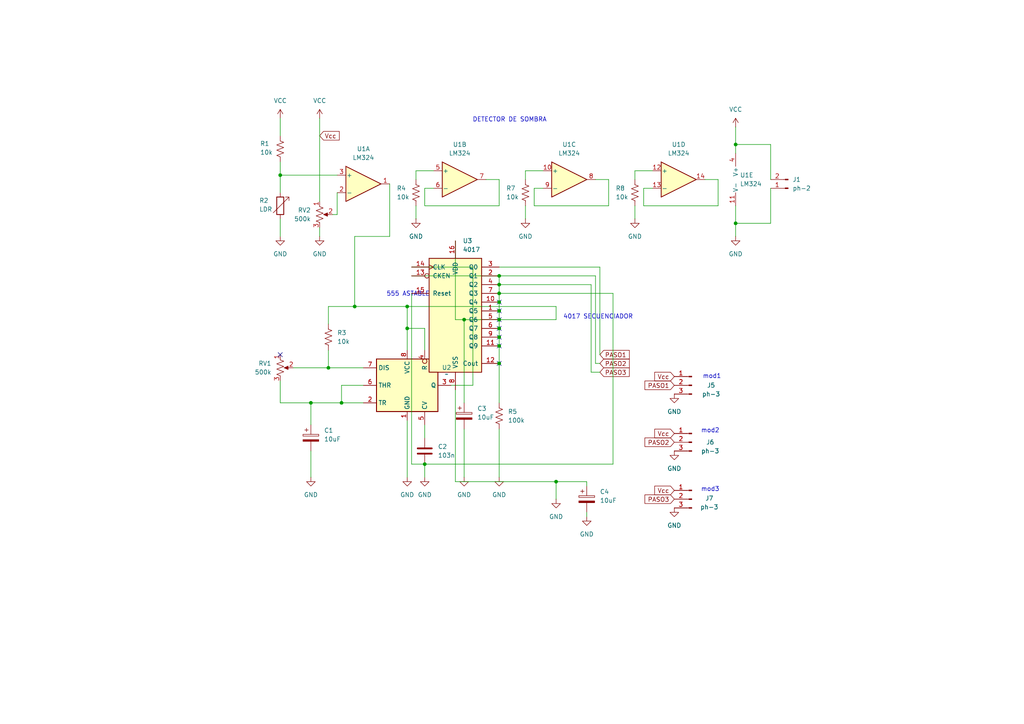
<source format=kicad_sch>
(kicad_sch
	(version 20250114)
	(generator "eeschema")
	(generator_version "9.0")
	(uuid "7bc0405b-5831-4dab-9e36-99d953eb8746")
	(paper "A4")
	(title_block
		(title "esquemático 02 - control")
	)
	(lib_symbols
		(symbol "4xxx:4017"
			(pin_names
				(offset 1.016)
			)
			(exclude_from_sim no)
			(in_bom yes)
			(on_board yes)
			(property "Reference" "U"
				(at -7.62 16.51 0)
				(effects
					(font
						(size 1.27 1.27)
					)
				)
			)
			(property "Value" "4017"
				(at -7.62 -19.05 0)
				(effects
					(font
						(size 1.27 1.27)
					)
				)
			)
			(property "Footprint" ""
				(at 0 0 0)
				(effects
					(font
						(size 1.27 1.27)
					)
					(hide yes)
				)
			)
			(property "Datasheet" "http://www.intersil.com/content/dam/Intersil/documents/cd40/cd4017bms-22bms.pdf"
				(at 0 0 0)
				(effects
					(font
						(size 1.27 1.27)
					)
					(hide yes)
				)
			)
			(property "Description" "Johnson Counter ( 10 outputs )"
				(at 0 0 0)
				(effects
					(font
						(size 1.27 1.27)
					)
					(hide yes)
				)
			)
			(property "ki_locked" ""
				(at 0 0 0)
				(effects
					(font
						(size 1.27 1.27)
					)
				)
			)
			(property "ki_keywords" "CNT CNT10"
				(at 0 0 0)
				(effects
					(font
						(size 1.27 1.27)
					)
					(hide yes)
				)
			)
			(property "ki_fp_filters" "DIP?16*"
				(at 0 0 0)
				(effects
					(font
						(size 1.27 1.27)
					)
					(hide yes)
				)
			)
			(symbol "4017_1_0"
				(pin input clock
					(at -12.7 12.7 0)
					(length 5.08)
					(name "CLK"
						(effects
							(font
								(size 1.27 1.27)
							)
						)
					)
					(number "14"
						(effects
							(font
								(size 1.27 1.27)
							)
						)
					)
				)
				(pin input inverted
					(at -12.7 10.16 0)
					(length 5.08)
					(name "CKEN"
						(effects
							(font
								(size 1.27 1.27)
							)
						)
					)
					(number "13"
						(effects
							(font
								(size 1.27 1.27)
							)
						)
					)
				)
				(pin input line
					(at -12.7 5.08 0)
					(length 5.08)
					(name "Reset"
						(effects
							(font
								(size 1.27 1.27)
							)
						)
					)
					(number "15"
						(effects
							(font
								(size 1.27 1.27)
							)
						)
					)
				)
				(pin power_in line
					(at 0 20.32 270)
					(length 5.08)
					(name "VDD"
						(effects
							(font
								(size 1.27 1.27)
							)
						)
					)
					(number "16"
						(effects
							(font
								(size 1.27 1.27)
							)
						)
					)
				)
				(pin power_in line
					(at 0 -22.86 90)
					(length 5.08)
					(name "VSS"
						(effects
							(font
								(size 1.27 1.27)
							)
						)
					)
					(number "8"
						(effects
							(font
								(size 1.27 1.27)
							)
						)
					)
				)
				(pin output line
					(at 12.7 12.7 180)
					(length 5.08)
					(name "Q0"
						(effects
							(font
								(size 1.27 1.27)
							)
						)
					)
					(number "3"
						(effects
							(font
								(size 1.27 1.27)
							)
						)
					)
				)
				(pin output line
					(at 12.7 10.16 180)
					(length 5.08)
					(name "Q1"
						(effects
							(font
								(size 1.27 1.27)
							)
						)
					)
					(number "2"
						(effects
							(font
								(size 1.27 1.27)
							)
						)
					)
				)
				(pin output line
					(at 12.7 7.62 180)
					(length 5.08)
					(name "Q2"
						(effects
							(font
								(size 1.27 1.27)
							)
						)
					)
					(number "4"
						(effects
							(font
								(size 1.27 1.27)
							)
						)
					)
				)
				(pin output line
					(at 12.7 5.08 180)
					(length 5.08)
					(name "Q3"
						(effects
							(font
								(size 1.27 1.27)
							)
						)
					)
					(number "7"
						(effects
							(font
								(size 1.27 1.27)
							)
						)
					)
				)
				(pin output line
					(at 12.7 2.54 180)
					(length 5.08)
					(name "Q4"
						(effects
							(font
								(size 1.27 1.27)
							)
						)
					)
					(number "10"
						(effects
							(font
								(size 1.27 1.27)
							)
						)
					)
				)
				(pin output line
					(at 12.7 0 180)
					(length 5.08)
					(name "Q5"
						(effects
							(font
								(size 1.27 1.27)
							)
						)
					)
					(number "1"
						(effects
							(font
								(size 1.27 1.27)
							)
						)
					)
				)
				(pin output line
					(at 12.7 -2.54 180)
					(length 5.08)
					(name "Q6"
						(effects
							(font
								(size 1.27 1.27)
							)
						)
					)
					(number "5"
						(effects
							(font
								(size 1.27 1.27)
							)
						)
					)
				)
				(pin output line
					(at 12.7 -5.08 180)
					(length 5.08)
					(name "Q7"
						(effects
							(font
								(size 1.27 1.27)
							)
						)
					)
					(number "6"
						(effects
							(font
								(size 1.27 1.27)
							)
						)
					)
				)
				(pin output line
					(at 12.7 -7.62 180)
					(length 5.08)
					(name "Q8"
						(effects
							(font
								(size 1.27 1.27)
							)
						)
					)
					(number "9"
						(effects
							(font
								(size 1.27 1.27)
							)
						)
					)
				)
				(pin output line
					(at 12.7 -10.16 180)
					(length 5.08)
					(name "Q9"
						(effects
							(font
								(size 1.27 1.27)
							)
						)
					)
					(number "11"
						(effects
							(font
								(size 1.27 1.27)
							)
						)
					)
				)
				(pin output line
					(at 12.7 -15.24 180)
					(length 5.08)
					(name "Cout"
						(effects
							(font
								(size 1.27 1.27)
							)
						)
					)
					(number "12"
						(effects
							(font
								(size 1.27 1.27)
							)
						)
					)
				)
			)
			(symbol "4017_1_1"
				(rectangle
					(start -7.62 15.24)
					(end 7.62 -17.78)
					(stroke
						(width 0.254)
						(type default)
					)
					(fill
						(type background)
					)
				)
			)
			(embedded_fonts no)
		)
		(symbol "555_ordenado:555_wellOriented"
			(exclude_from_sim no)
			(in_bom yes)
			(on_board yes)
			(property "Reference" "U"
				(at 0 0 0)
				(effects
					(font
						(size 1.27 1.27)
					)
				)
			)
			(property "Value" ""
				(at 0 0 0)
				(effects
					(font
						(size 1.27 1.27)
					)
				)
			)
			(property "Footprint" "Package_DIP:DIP-8_W7.62mm_Socket_LongPads"
				(at 0 0 0)
				(effects
					(font
						(size 1.27 1.27)
					)
					(hide yes)
				)
			)
			(property "Datasheet" ""
				(at 0 0 0)
				(effects
					(font
						(size 1.27 1.27)
					)
					(hide yes)
				)
			)
			(property "Description" ""
				(at 0 0 0)
				(effects
					(font
						(size 1.27 1.27)
					)
					(hide yes)
				)
			)
			(property "ki_keywords" "555, timer, monostable, astable"
				(at 0 0 0)
				(effects
					(font
						(size 1.27 1.27)
					)
					(hide yes)
				)
			)
			(symbol "555_wellOriented_0_0"
				(pin power_in line
					(at 0 10.16 270)
					(length 2.54)
					(name "VCC"
						(effects
							(font
								(size 1.27 1.27)
							)
						)
					)
					(number "8"
						(effects
							(font
								(size 1.27 1.27)
							)
						)
					)
				)
				(pin power_in line
					(at 0 -10.16 90)
					(length 2.54)
					(name "GND"
						(effects
							(font
								(size 1.27 1.27)
							)
						)
					)
					(number "1"
						(effects
							(font
								(size 1.27 1.27)
							)
						)
					)
				)
			)
			(symbol "555_wellOriented_0_1"
				(rectangle
					(start -8.89 -7.62)
					(end 8.89 7.62)
					(stroke
						(width 0.254)
						(type default)
					)
					(fill
						(type background)
					)
				)
				(rectangle
					(start -8.89 -7.62)
					(end 8.89 7.62)
					(stroke
						(width 0.254)
						(type default)
					)
					(fill
						(type background)
					)
				)
			)
			(symbol "555_wellOriented_1_1"
				(pin input line
					(at -12.7 5.08 0)
					(length 3.81)
					(name "DIS"
						(effects
							(font
								(size 1.27 1.27)
							)
						)
					)
					(number "7"
						(effects
							(font
								(size 1.27 1.27)
							)
						)
					)
				)
				(pin input line
					(at -12.7 0 0)
					(length 3.81)
					(name "THR"
						(effects
							(font
								(size 1.27 1.27)
							)
						)
					)
					(number "6"
						(effects
							(font
								(size 1.27 1.27)
							)
						)
					)
				)
				(pin input line
					(at -12.7 -5.08 0)
					(length 3.81)
					(name "TR"
						(effects
							(font
								(size 1.27 1.27)
							)
						)
					)
					(number "2"
						(effects
							(font
								(size 1.27 1.27)
							)
						)
					)
				)
				(pin input inverted
					(at 5.08 10.16 270)
					(length 3.81)
					(name "R"
						(effects
							(font
								(size 1.27 1.27)
							)
						)
					)
					(number "4"
						(effects
							(font
								(size 1.27 1.27)
							)
						)
					)
				)
				(pin input line
					(at 5.08 -11.43 90)
					(length 3.81)
					(name "CV"
						(effects
							(font
								(size 1.27 1.27)
							)
						)
					)
					(number "5"
						(effects
							(font
								(size 1.27 1.27)
							)
						)
					)
				)
				(pin output line
					(at 12.7 0 180)
					(length 3.81)
					(name "Q"
						(effects
							(font
								(size 1.27 1.27)
							)
						)
					)
					(number "3"
						(effects
							(font
								(size 1.27 1.27)
							)
						)
					)
				)
			)
			(embedded_fonts no)
		)
		(symbol "Amplifier_Operational:LM324"
			(pin_names
				(offset 0.127)
			)
			(exclude_from_sim no)
			(in_bom yes)
			(on_board yes)
			(property "Reference" "U"
				(at 0 5.08 0)
				(effects
					(font
						(size 1.27 1.27)
					)
					(justify left)
				)
			)
			(property "Value" "LM324"
				(at 0 -5.08 0)
				(effects
					(font
						(size 1.27 1.27)
					)
					(justify left)
				)
			)
			(property "Footprint" ""
				(at -1.27 2.54 0)
				(effects
					(font
						(size 1.27 1.27)
					)
					(hide yes)
				)
			)
			(property "Datasheet" "http://www.ti.com/lit/ds/symlink/lm2902-n.pdf"
				(at 1.27 5.08 0)
				(effects
					(font
						(size 1.27 1.27)
					)
					(hide yes)
				)
			)
			(property "Description" "Low-Power, Quad-Operational Amplifiers, DIP-14/SOIC-14/SSOP-14"
				(at 0 0 0)
				(effects
					(font
						(size 1.27 1.27)
					)
					(hide yes)
				)
			)
			(property "ki_locked" ""
				(at 0 0 0)
				(effects
					(font
						(size 1.27 1.27)
					)
				)
			)
			(property "ki_keywords" "quad opamp"
				(at 0 0 0)
				(effects
					(font
						(size 1.27 1.27)
					)
					(hide yes)
				)
			)
			(property "ki_fp_filters" "SOIC*3.9x8.7mm*P1.27mm* DIP*W7.62mm* TSSOP*4.4x5mm*P0.65mm* SSOP*5.3x6.2mm*P0.65mm* MSOP*3x3mm*P0.5mm*"
				(at 0 0 0)
				(effects
					(font
						(size 1.27 1.27)
					)
					(hide yes)
				)
			)
			(symbol "LM324_1_1"
				(polyline
					(pts
						(xy -5.08 5.08) (xy 5.08 0) (xy -5.08 -5.08) (xy -5.08 5.08)
					)
					(stroke
						(width 0.254)
						(type default)
					)
					(fill
						(type background)
					)
				)
				(pin input line
					(at -7.62 2.54 0)
					(length 2.54)
					(name "+"
						(effects
							(font
								(size 1.27 1.27)
							)
						)
					)
					(number "3"
						(effects
							(font
								(size 1.27 1.27)
							)
						)
					)
				)
				(pin input line
					(at -7.62 -2.54 0)
					(length 2.54)
					(name "-"
						(effects
							(font
								(size 1.27 1.27)
							)
						)
					)
					(number "2"
						(effects
							(font
								(size 1.27 1.27)
							)
						)
					)
				)
				(pin output line
					(at 7.62 0 180)
					(length 2.54)
					(name "~"
						(effects
							(font
								(size 1.27 1.27)
							)
						)
					)
					(number "1"
						(effects
							(font
								(size 1.27 1.27)
							)
						)
					)
				)
			)
			(symbol "LM324_2_1"
				(polyline
					(pts
						(xy -5.08 5.08) (xy 5.08 0) (xy -5.08 -5.08) (xy -5.08 5.08)
					)
					(stroke
						(width 0.254)
						(type default)
					)
					(fill
						(type background)
					)
				)
				(pin input line
					(at -7.62 2.54 0)
					(length 2.54)
					(name "+"
						(effects
							(font
								(size 1.27 1.27)
							)
						)
					)
					(number "5"
						(effects
							(font
								(size 1.27 1.27)
							)
						)
					)
				)
				(pin input line
					(at -7.62 -2.54 0)
					(length 2.54)
					(name "-"
						(effects
							(font
								(size 1.27 1.27)
							)
						)
					)
					(number "6"
						(effects
							(font
								(size 1.27 1.27)
							)
						)
					)
				)
				(pin output line
					(at 7.62 0 180)
					(length 2.54)
					(name "~"
						(effects
							(font
								(size 1.27 1.27)
							)
						)
					)
					(number "7"
						(effects
							(font
								(size 1.27 1.27)
							)
						)
					)
				)
			)
			(symbol "LM324_3_1"
				(polyline
					(pts
						(xy -5.08 5.08) (xy 5.08 0) (xy -5.08 -5.08) (xy -5.08 5.08)
					)
					(stroke
						(width 0.254)
						(type default)
					)
					(fill
						(type background)
					)
				)
				(pin input line
					(at -7.62 2.54 0)
					(length 2.54)
					(name "+"
						(effects
							(font
								(size 1.27 1.27)
							)
						)
					)
					(number "10"
						(effects
							(font
								(size 1.27 1.27)
							)
						)
					)
				)
				(pin input line
					(at -7.62 -2.54 0)
					(length 2.54)
					(name "-"
						(effects
							(font
								(size 1.27 1.27)
							)
						)
					)
					(number "9"
						(effects
							(font
								(size 1.27 1.27)
							)
						)
					)
				)
				(pin output line
					(at 7.62 0 180)
					(length 2.54)
					(name "~"
						(effects
							(font
								(size 1.27 1.27)
							)
						)
					)
					(number "8"
						(effects
							(font
								(size 1.27 1.27)
							)
						)
					)
				)
			)
			(symbol "LM324_4_1"
				(polyline
					(pts
						(xy -5.08 5.08) (xy 5.08 0) (xy -5.08 -5.08) (xy -5.08 5.08)
					)
					(stroke
						(width 0.254)
						(type default)
					)
					(fill
						(type background)
					)
				)
				(pin input line
					(at -7.62 2.54 0)
					(length 2.54)
					(name "+"
						(effects
							(font
								(size 1.27 1.27)
							)
						)
					)
					(number "12"
						(effects
							(font
								(size 1.27 1.27)
							)
						)
					)
				)
				(pin input line
					(at -7.62 -2.54 0)
					(length 2.54)
					(name "-"
						(effects
							(font
								(size 1.27 1.27)
							)
						)
					)
					(number "13"
						(effects
							(font
								(size 1.27 1.27)
							)
						)
					)
				)
				(pin output line
					(at 7.62 0 180)
					(length 2.54)
					(name "~"
						(effects
							(font
								(size 1.27 1.27)
							)
						)
					)
					(number "14"
						(effects
							(font
								(size 1.27 1.27)
							)
						)
					)
				)
			)
			(symbol "LM324_5_1"
				(pin power_in line
					(at -2.54 7.62 270)
					(length 3.81)
					(name "V+"
						(effects
							(font
								(size 1.27 1.27)
							)
						)
					)
					(number "4"
						(effects
							(font
								(size 1.27 1.27)
							)
						)
					)
				)
				(pin power_in line
					(at -2.54 -7.62 90)
					(length 3.81)
					(name "V-"
						(effects
							(font
								(size 1.27 1.27)
							)
						)
					)
					(number "11"
						(effects
							(font
								(size 1.27 1.27)
							)
						)
					)
				)
			)
			(embedded_fonts no)
		)
		(symbol "Connector:Conn_01x02_Pin"
			(pin_names
				(offset 1.016)
				(hide yes)
			)
			(exclude_from_sim no)
			(in_bom yes)
			(on_board yes)
			(property "Reference" "J"
				(at 0 2.54 0)
				(effects
					(font
						(size 1.27 1.27)
					)
				)
			)
			(property "Value" "Conn_01x02_Pin"
				(at 0 -5.08 0)
				(effects
					(font
						(size 1.27 1.27)
					)
				)
			)
			(property "Footprint" ""
				(at 0 0 0)
				(effects
					(font
						(size 1.27 1.27)
					)
					(hide yes)
				)
			)
			(property "Datasheet" "~"
				(at 0 0 0)
				(effects
					(font
						(size 1.27 1.27)
					)
					(hide yes)
				)
			)
			(property "Description" "Generic connector, single row, 01x02, script generated"
				(at 0 0 0)
				(effects
					(font
						(size 1.27 1.27)
					)
					(hide yes)
				)
			)
			(property "ki_locked" ""
				(at 0 0 0)
				(effects
					(font
						(size 1.27 1.27)
					)
				)
			)
			(property "ki_keywords" "connector"
				(at 0 0 0)
				(effects
					(font
						(size 1.27 1.27)
					)
					(hide yes)
				)
			)
			(property "ki_fp_filters" "Connector*:*_1x??_*"
				(at 0 0 0)
				(effects
					(font
						(size 1.27 1.27)
					)
					(hide yes)
				)
			)
			(symbol "Conn_01x02_Pin_1_1"
				(rectangle
					(start 0.8636 0.127)
					(end 0 -0.127)
					(stroke
						(width 0.1524)
						(type default)
					)
					(fill
						(type outline)
					)
				)
				(rectangle
					(start 0.8636 -2.413)
					(end 0 -2.667)
					(stroke
						(width 0.1524)
						(type default)
					)
					(fill
						(type outline)
					)
				)
				(polyline
					(pts
						(xy 1.27 0) (xy 0.8636 0)
					)
					(stroke
						(width 0.1524)
						(type default)
					)
					(fill
						(type none)
					)
				)
				(polyline
					(pts
						(xy 1.27 -2.54) (xy 0.8636 -2.54)
					)
					(stroke
						(width 0.1524)
						(type default)
					)
					(fill
						(type none)
					)
				)
				(pin passive line
					(at 5.08 0 180)
					(length 3.81)
					(name "Pin_1"
						(effects
							(font
								(size 1.27 1.27)
							)
						)
					)
					(number "1"
						(effects
							(font
								(size 1.27 1.27)
							)
						)
					)
				)
				(pin passive line
					(at 5.08 -2.54 180)
					(length 3.81)
					(name "Pin_2"
						(effects
							(font
								(size 1.27 1.27)
							)
						)
					)
					(number "2"
						(effects
							(font
								(size 1.27 1.27)
							)
						)
					)
				)
			)
			(embedded_fonts no)
		)
		(symbol "Connector:Conn_01x03_Pin"
			(pin_names
				(offset 1.016)
				(hide yes)
			)
			(exclude_from_sim no)
			(in_bom yes)
			(on_board yes)
			(property "Reference" "J"
				(at 0 5.08 0)
				(effects
					(font
						(size 1.27 1.27)
					)
				)
			)
			(property "Value" "Conn_01x03_Pin"
				(at 0 -5.08 0)
				(effects
					(font
						(size 1.27 1.27)
					)
				)
			)
			(property "Footprint" ""
				(at 0 0 0)
				(effects
					(font
						(size 1.27 1.27)
					)
					(hide yes)
				)
			)
			(property "Datasheet" "~"
				(at 0 0 0)
				(effects
					(font
						(size 1.27 1.27)
					)
					(hide yes)
				)
			)
			(property "Description" "Generic connector, single row, 01x03, script generated"
				(at 0 0 0)
				(effects
					(font
						(size 1.27 1.27)
					)
					(hide yes)
				)
			)
			(property "ki_locked" ""
				(at 0 0 0)
				(effects
					(font
						(size 1.27 1.27)
					)
				)
			)
			(property "ki_keywords" "connector"
				(at 0 0 0)
				(effects
					(font
						(size 1.27 1.27)
					)
					(hide yes)
				)
			)
			(property "ki_fp_filters" "Connector*:*_1x??_*"
				(at 0 0 0)
				(effects
					(font
						(size 1.27 1.27)
					)
					(hide yes)
				)
			)
			(symbol "Conn_01x03_Pin_1_1"
				(rectangle
					(start 0.8636 2.667)
					(end 0 2.413)
					(stroke
						(width 0.1524)
						(type default)
					)
					(fill
						(type outline)
					)
				)
				(rectangle
					(start 0.8636 0.127)
					(end 0 -0.127)
					(stroke
						(width 0.1524)
						(type default)
					)
					(fill
						(type outline)
					)
				)
				(rectangle
					(start 0.8636 -2.413)
					(end 0 -2.667)
					(stroke
						(width 0.1524)
						(type default)
					)
					(fill
						(type outline)
					)
				)
				(polyline
					(pts
						(xy 1.27 2.54) (xy 0.8636 2.54)
					)
					(stroke
						(width 0.1524)
						(type default)
					)
					(fill
						(type none)
					)
				)
				(polyline
					(pts
						(xy 1.27 0) (xy 0.8636 0)
					)
					(stroke
						(width 0.1524)
						(type default)
					)
					(fill
						(type none)
					)
				)
				(polyline
					(pts
						(xy 1.27 -2.54) (xy 0.8636 -2.54)
					)
					(stroke
						(width 0.1524)
						(type default)
					)
					(fill
						(type none)
					)
				)
				(pin passive line
					(at 5.08 2.54 180)
					(length 3.81)
					(name "Pin_1"
						(effects
							(font
								(size 1.27 1.27)
							)
						)
					)
					(number "1"
						(effects
							(font
								(size 1.27 1.27)
							)
						)
					)
				)
				(pin passive line
					(at 5.08 0 180)
					(length 3.81)
					(name "Pin_2"
						(effects
							(font
								(size 1.27 1.27)
							)
						)
					)
					(number "2"
						(effects
							(font
								(size 1.27 1.27)
							)
						)
					)
				)
				(pin passive line
					(at 5.08 -2.54 180)
					(length 3.81)
					(name "Pin_3"
						(effects
							(font
								(size 1.27 1.27)
							)
						)
					)
					(number "3"
						(effects
							(font
								(size 1.27 1.27)
							)
						)
					)
				)
			)
			(embedded_fonts no)
		)
		(symbol "Device:C"
			(pin_numbers
				(hide yes)
			)
			(pin_names
				(offset 0.254)
			)
			(exclude_from_sim no)
			(in_bom yes)
			(on_board yes)
			(property "Reference" "C"
				(at 0.635 2.54 0)
				(effects
					(font
						(size 1.27 1.27)
					)
					(justify left)
				)
			)
			(property "Value" "C"
				(at 0.635 -2.54 0)
				(effects
					(font
						(size 1.27 1.27)
					)
					(justify left)
				)
			)
			(property "Footprint" ""
				(at 0.9652 -3.81 0)
				(effects
					(font
						(size 1.27 1.27)
					)
					(hide yes)
				)
			)
			(property "Datasheet" "~"
				(at 0 0 0)
				(effects
					(font
						(size 1.27 1.27)
					)
					(hide yes)
				)
			)
			(property "Description" "Unpolarized capacitor"
				(at 0 0 0)
				(effects
					(font
						(size 1.27 1.27)
					)
					(hide yes)
				)
			)
			(property "ki_keywords" "cap capacitor"
				(at 0 0 0)
				(effects
					(font
						(size 1.27 1.27)
					)
					(hide yes)
				)
			)
			(property "ki_fp_filters" "C_*"
				(at 0 0 0)
				(effects
					(font
						(size 1.27 1.27)
					)
					(hide yes)
				)
			)
			(symbol "C_0_1"
				(polyline
					(pts
						(xy -2.032 0.762) (xy 2.032 0.762)
					)
					(stroke
						(width 0.508)
						(type default)
					)
					(fill
						(type none)
					)
				)
				(polyline
					(pts
						(xy -2.032 -0.762) (xy 2.032 -0.762)
					)
					(stroke
						(width 0.508)
						(type default)
					)
					(fill
						(type none)
					)
				)
			)
			(symbol "C_1_1"
				(pin passive line
					(at 0 3.81 270)
					(length 2.794)
					(name "~"
						(effects
							(font
								(size 1.27 1.27)
							)
						)
					)
					(number "1"
						(effects
							(font
								(size 1.27 1.27)
							)
						)
					)
				)
				(pin passive line
					(at 0 -3.81 90)
					(length 2.794)
					(name "~"
						(effects
							(font
								(size 1.27 1.27)
							)
						)
					)
					(number "2"
						(effects
							(font
								(size 1.27 1.27)
							)
						)
					)
				)
			)
			(embedded_fonts no)
		)
		(symbol "Device:C_Polarized"
			(pin_numbers
				(hide yes)
			)
			(pin_names
				(offset 0.254)
			)
			(exclude_from_sim no)
			(in_bom yes)
			(on_board yes)
			(property "Reference" "C"
				(at 0.635 2.54 0)
				(effects
					(font
						(size 1.27 1.27)
					)
					(justify left)
				)
			)
			(property "Value" "C_Polarized"
				(at 0.635 -2.54 0)
				(effects
					(font
						(size 1.27 1.27)
					)
					(justify left)
				)
			)
			(property "Footprint" ""
				(at 0.9652 -3.81 0)
				(effects
					(font
						(size 1.27 1.27)
					)
					(hide yes)
				)
			)
			(property "Datasheet" "~"
				(at 0 0 0)
				(effects
					(font
						(size 1.27 1.27)
					)
					(hide yes)
				)
			)
			(property "Description" "Polarized capacitor"
				(at 0 0 0)
				(effects
					(font
						(size 1.27 1.27)
					)
					(hide yes)
				)
			)
			(property "ki_keywords" "cap capacitor"
				(at 0 0 0)
				(effects
					(font
						(size 1.27 1.27)
					)
					(hide yes)
				)
			)
			(property "ki_fp_filters" "CP_*"
				(at 0 0 0)
				(effects
					(font
						(size 1.27 1.27)
					)
					(hide yes)
				)
			)
			(symbol "C_Polarized_0_1"
				(rectangle
					(start -2.286 0.508)
					(end 2.286 1.016)
					(stroke
						(width 0)
						(type default)
					)
					(fill
						(type none)
					)
				)
				(polyline
					(pts
						(xy -1.778 2.286) (xy -0.762 2.286)
					)
					(stroke
						(width 0)
						(type default)
					)
					(fill
						(type none)
					)
				)
				(polyline
					(pts
						(xy -1.27 2.794) (xy -1.27 1.778)
					)
					(stroke
						(width 0)
						(type default)
					)
					(fill
						(type none)
					)
				)
				(rectangle
					(start 2.286 -0.508)
					(end -2.286 -1.016)
					(stroke
						(width 0)
						(type default)
					)
					(fill
						(type outline)
					)
				)
			)
			(symbol "C_Polarized_1_1"
				(pin passive line
					(at 0 3.81 270)
					(length 2.794)
					(name "~"
						(effects
							(font
								(size 1.27 1.27)
							)
						)
					)
					(number "1"
						(effects
							(font
								(size 1.27 1.27)
							)
						)
					)
				)
				(pin passive line
					(at 0 -3.81 90)
					(length 2.794)
					(name "~"
						(effects
							(font
								(size 1.27 1.27)
							)
						)
					)
					(number "2"
						(effects
							(font
								(size 1.27 1.27)
							)
						)
					)
				)
			)
			(embedded_fonts no)
		)
		(symbol "Device:R_Potentiometer_US"
			(pin_names
				(offset 1.016)
				(hide yes)
			)
			(exclude_from_sim no)
			(in_bom yes)
			(on_board yes)
			(property "Reference" "RV"
				(at -4.445 0 90)
				(effects
					(font
						(size 1.27 1.27)
					)
				)
			)
			(property "Value" "R_Potentiometer_US"
				(at -2.54 0 90)
				(effects
					(font
						(size 1.27 1.27)
					)
				)
			)
			(property "Footprint" ""
				(at 0 0 0)
				(effects
					(font
						(size 1.27 1.27)
					)
					(hide yes)
				)
			)
			(property "Datasheet" "~"
				(at 0 0 0)
				(effects
					(font
						(size 1.27 1.27)
					)
					(hide yes)
				)
			)
			(property "Description" "Potentiometer, US symbol"
				(at 0 0 0)
				(effects
					(font
						(size 1.27 1.27)
					)
					(hide yes)
				)
			)
			(property "ki_keywords" "resistor variable"
				(at 0 0 0)
				(effects
					(font
						(size 1.27 1.27)
					)
					(hide yes)
				)
			)
			(property "ki_fp_filters" "Potentiometer*"
				(at 0 0 0)
				(effects
					(font
						(size 1.27 1.27)
					)
					(hide yes)
				)
			)
			(symbol "R_Potentiometer_US_0_1"
				(polyline
					(pts
						(xy 0 2.54) (xy 0 2.286)
					)
					(stroke
						(width 0)
						(type default)
					)
					(fill
						(type none)
					)
				)
				(polyline
					(pts
						(xy 0 2.286) (xy 1.016 1.905) (xy 0 1.524) (xy -1.016 1.143) (xy 0 0.762)
					)
					(stroke
						(width 0)
						(type default)
					)
					(fill
						(type none)
					)
				)
				(polyline
					(pts
						(xy 0 0.762) (xy 1.016 0.381) (xy 0 0) (xy -1.016 -0.381) (xy 0 -0.762)
					)
					(stroke
						(width 0)
						(type default)
					)
					(fill
						(type none)
					)
				)
				(polyline
					(pts
						(xy 0 -0.762) (xy 1.016 -1.143) (xy 0 -1.524) (xy -1.016 -1.905) (xy 0 -2.286)
					)
					(stroke
						(width 0)
						(type default)
					)
					(fill
						(type none)
					)
				)
				(polyline
					(pts
						(xy 0 -2.286) (xy 0 -2.54)
					)
					(stroke
						(width 0)
						(type default)
					)
					(fill
						(type none)
					)
				)
				(polyline
					(pts
						(xy 1.143 0) (xy 2.286 0.508) (xy 2.286 -0.508) (xy 1.143 0)
					)
					(stroke
						(width 0)
						(type default)
					)
					(fill
						(type outline)
					)
				)
				(polyline
					(pts
						(xy 2.54 0) (xy 1.524 0)
					)
					(stroke
						(width 0)
						(type default)
					)
					(fill
						(type none)
					)
				)
			)
			(symbol "R_Potentiometer_US_1_1"
				(pin passive line
					(at 0 3.81 270)
					(length 1.27)
					(name "1"
						(effects
							(font
								(size 1.27 1.27)
							)
						)
					)
					(number "1"
						(effects
							(font
								(size 1.27 1.27)
							)
						)
					)
				)
				(pin passive line
					(at 0 -3.81 90)
					(length 1.27)
					(name "3"
						(effects
							(font
								(size 1.27 1.27)
							)
						)
					)
					(number "3"
						(effects
							(font
								(size 1.27 1.27)
							)
						)
					)
				)
				(pin passive line
					(at 3.81 0 180)
					(length 1.27)
					(name "2"
						(effects
							(font
								(size 1.27 1.27)
							)
						)
					)
					(number "2"
						(effects
							(font
								(size 1.27 1.27)
							)
						)
					)
				)
			)
			(embedded_fonts no)
		)
		(symbol "Device:R_US"
			(pin_numbers
				(hide yes)
			)
			(pin_names
				(offset 0)
			)
			(exclude_from_sim no)
			(in_bom yes)
			(on_board yes)
			(property "Reference" "R"
				(at 2.54 0 90)
				(effects
					(font
						(size 1.27 1.27)
					)
				)
			)
			(property "Value" "R_US"
				(at -2.54 0 90)
				(effects
					(font
						(size 1.27 1.27)
					)
				)
			)
			(property "Footprint" ""
				(at 1.016 -0.254 90)
				(effects
					(font
						(size 1.27 1.27)
					)
					(hide yes)
				)
			)
			(property "Datasheet" "~"
				(at 0 0 0)
				(effects
					(font
						(size 1.27 1.27)
					)
					(hide yes)
				)
			)
			(property "Description" "Resistor, US symbol"
				(at 0 0 0)
				(effects
					(font
						(size 1.27 1.27)
					)
					(hide yes)
				)
			)
			(property "ki_keywords" "R res resistor"
				(at 0 0 0)
				(effects
					(font
						(size 1.27 1.27)
					)
					(hide yes)
				)
			)
			(property "ki_fp_filters" "R_*"
				(at 0 0 0)
				(effects
					(font
						(size 1.27 1.27)
					)
					(hide yes)
				)
			)
			(symbol "R_US_0_1"
				(polyline
					(pts
						(xy 0 2.286) (xy 0 2.54)
					)
					(stroke
						(width 0)
						(type default)
					)
					(fill
						(type none)
					)
				)
				(polyline
					(pts
						(xy 0 2.286) (xy 1.016 1.905) (xy 0 1.524) (xy -1.016 1.143) (xy 0 0.762)
					)
					(stroke
						(width 0)
						(type default)
					)
					(fill
						(type none)
					)
				)
				(polyline
					(pts
						(xy 0 0.762) (xy 1.016 0.381) (xy 0 0) (xy -1.016 -0.381) (xy 0 -0.762)
					)
					(stroke
						(width 0)
						(type default)
					)
					(fill
						(type none)
					)
				)
				(polyline
					(pts
						(xy 0 -0.762) (xy 1.016 -1.143) (xy 0 -1.524) (xy -1.016 -1.905) (xy 0 -2.286)
					)
					(stroke
						(width 0)
						(type default)
					)
					(fill
						(type none)
					)
				)
				(polyline
					(pts
						(xy 0 -2.286) (xy 0 -2.54)
					)
					(stroke
						(width 0)
						(type default)
					)
					(fill
						(type none)
					)
				)
			)
			(symbol "R_US_1_1"
				(pin passive line
					(at 0 3.81 270)
					(length 1.27)
					(name "~"
						(effects
							(font
								(size 1.27 1.27)
							)
						)
					)
					(number "1"
						(effects
							(font
								(size 1.27 1.27)
							)
						)
					)
				)
				(pin passive line
					(at 0 -3.81 90)
					(length 1.27)
					(name "~"
						(effects
							(font
								(size 1.27 1.27)
							)
						)
					)
					(number "2"
						(effects
							(font
								(size 1.27 1.27)
							)
						)
					)
				)
			)
			(embedded_fonts no)
		)
		(symbol "Device:R_Variable"
			(pin_numbers
				(hide yes)
			)
			(pin_names
				(offset 0)
			)
			(exclude_from_sim no)
			(in_bom yes)
			(on_board yes)
			(property "Reference" "R"
				(at 2.54 -2.54 90)
				(effects
					(font
						(size 1.27 1.27)
					)
					(justify left)
				)
			)
			(property "Value" "R_Variable"
				(at -2.54 -1.27 90)
				(effects
					(font
						(size 1.27 1.27)
					)
					(justify left)
				)
			)
			(property "Footprint" ""
				(at -1.778 0 90)
				(effects
					(font
						(size 1.27 1.27)
					)
					(hide yes)
				)
			)
			(property "Datasheet" "~"
				(at 0 0 0)
				(effects
					(font
						(size 1.27 1.27)
					)
					(hide yes)
				)
			)
			(property "Description" "Variable resistor"
				(at 0 0 0)
				(effects
					(font
						(size 1.27 1.27)
					)
					(hide yes)
				)
			)
			(property "ki_keywords" "R res resistor variable potentiometer rheostat"
				(at 0 0 0)
				(effects
					(font
						(size 1.27 1.27)
					)
					(hide yes)
				)
			)
			(property "ki_fp_filters" "R_*"
				(at 0 0 0)
				(effects
					(font
						(size 1.27 1.27)
					)
					(hide yes)
				)
			)
			(symbol "R_Variable_0_1"
				(rectangle
					(start -1.016 -2.54)
					(end 1.016 2.54)
					(stroke
						(width 0.254)
						(type default)
					)
					(fill
						(type none)
					)
				)
				(polyline
					(pts
						(xy 2.54 1.524) (xy 2.54 2.54) (xy 1.524 2.54) (xy 2.54 2.54) (xy -2.032 -2.032)
					)
					(stroke
						(width 0)
						(type default)
					)
					(fill
						(type none)
					)
				)
			)
			(symbol "R_Variable_1_1"
				(pin passive line
					(at 0 3.81 270)
					(length 1.27)
					(name "~"
						(effects
							(font
								(size 1.27 1.27)
							)
						)
					)
					(number "1"
						(effects
							(font
								(size 1.27 1.27)
							)
						)
					)
				)
				(pin passive line
					(at 0 -3.81 90)
					(length 1.27)
					(name "~"
						(effects
							(font
								(size 1.27 1.27)
							)
						)
					)
					(number "2"
						(effects
							(font
								(size 1.27 1.27)
							)
						)
					)
				)
			)
			(embedded_fonts no)
		)
		(symbol "power:GND"
			(power)
			(pin_numbers
				(hide yes)
			)
			(pin_names
				(offset 0)
				(hide yes)
			)
			(exclude_from_sim no)
			(in_bom yes)
			(on_board yes)
			(property "Reference" "#PWR"
				(at 0 -6.35 0)
				(effects
					(font
						(size 1.27 1.27)
					)
					(hide yes)
				)
			)
			(property "Value" "GND"
				(at 0 -3.81 0)
				(effects
					(font
						(size 1.27 1.27)
					)
				)
			)
			(property "Footprint" ""
				(at 0 0 0)
				(effects
					(font
						(size 1.27 1.27)
					)
					(hide yes)
				)
			)
			(property "Datasheet" ""
				(at 0 0 0)
				(effects
					(font
						(size 1.27 1.27)
					)
					(hide yes)
				)
			)
			(property "Description" "Power symbol creates a global label with name \"GND\" , ground"
				(at 0 0 0)
				(effects
					(font
						(size 1.27 1.27)
					)
					(hide yes)
				)
			)
			(property "ki_keywords" "global power"
				(at 0 0 0)
				(effects
					(font
						(size 1.27 1.27)
					)
					(hide yes)
				)
			)
			(symbol "GND_0_1"
				(polyline
					(pts
						(xy 0 0) (xy 0 -1.27) (xy 1.27 -1.27) (xy 0 -2.54) (xy -1.27 -1.27) (xy 0 -1.27)
					)
					(stroke
						(width 0)
						(type default)
					)
					(fill
						(type none)
					)
				)
			)
			(symbol "GND_1_1"
				(pin power_in line
					(at 0 0 270)
					(length 0)
					(name "~"
						(effects
							(font
								(size 1.27 1.27)
							)
						)
					)
					(number "1"
						(effects
							(font
								(size 1.27 1.27)
							)
						)
					)
				)
			)
			(embedded_fonts no)
		)
		(symbol "power:VCC"
			(power)
			(pin_numbers
				(hide yes)
			)
			(pin_names
				(offset 0)
				(hide yes)
			)
			(exclude_from_sim no)
			(in_bom yes)
			(on_board yes)
			(property "Reference" "#PWR"
				(at 0 -3.81 0)
				(effects
					(font
						(size 1.27 1.27)
					)
					(hide yes)
				)
			)
			(property "Value" "VCC"
				(at 0 3.556 0)
				(effects
					(font
						(size 1.27 1.27)
					)
				)
			)
			(property "Footprint" ""
				(at 0 0 0)
				(effects
					(font
						(size 1.27 1.27)
					)
					(hide yes)
				)
			)
			(property "Datasheet" ""
				(at 0 0 0)
				(effects
					(font
						(size 1.27 1.27)
					)
					(hide yes)
				)
			)
			(property "Description" "Power symbol creates a global label with name \"VCC\""
				(at 0 0 0)
				(effects
					(font
						(size 1.27 1.27)
					)
					(hide yes)
				)
			)
			(property "ki_keywords" "global power"
				(at 0 0 0)
				(effects
					(font
						(size 1.27 1.27)
					)
					(hide yes)
				)
			)
			(symbol "VCC_0_1"
				(polyline
					(pts
						(xy -0.762 1.27) (xy 0 2.54)
					)
					(stroke
						(width 0)
						(type default)
					)
					(fill
						(type none)
					)
				)
				(polyline
					(pts
						(xy 0 2.54) (xy 0.762 1.27)
					)
					(stroke
						(width 0)
						(type default)
					)
					(fill
						(type none)
					)
				)
				(polyline
					(pts
						(xy 0 0) (xy 0 2.54)
					)
					(stroke
						(width 0)
						(type default)
					)
					(fill
						(type none)
					)
				)
			)
			(symbol "VCC_1_1"
				(pin power_in line
					(at 0 0 90)
					(length 0)
					(name "~"
						(effects
							(font
								(size 1.27 1.27)
							)
						)
					)
					(number "1"
						(effects
							(font
								(size 1.27 1.27)
							)
						)
					)
				)
			)
			(embedded_fonts no)
		)
	)
	(text "mod2\n"
		(exclude_from_sim no)
		(at 205.994 124.968 0)
		(effects
			(font
				(size 1.27 1.27)
			)
		)
		(uuid "8c97df9e-5481-4adf-bd88-a4b91f609599")
	)
	(text "4017 SECUENCIADOR"
		(exclude_from_sim no)
		(at 173.482 91.948 0)
		(effects
			(font
				(size 1.27 1.27)
			)
		)
		(uuid "93cf0aa2-5d7a-40c0-8372-d469e0b4c376")
	)
	(text "555 ASTABLE"
		(exclude_from_sim no)
		(at 118.364 85.344 0)
		(effects
			(font
				(size 1.27 1.27)
			)
		)
		(uuid "b273f88f-7a6b-4fb5-815a-628a78c11dd5")
	)
	(text "mod3\n"
		(exclude_from_sim no)
		(at 205.994 141.986 0)
		(effects
			(font
				(size 1.27 1.27)
			)
		)
		(uuid "b3c37fef-03d3-46a2-afdf-47cf4d52dad9")
	)
	(text "DETECTOR DE SOMBRA"
		(exclude_from_sim no)
		(at 147.828 34.798 0)
		(effects
			(font
				(size 1.27 1.27)
			)
		)
		(uuid "c49b5e49-fb4b-40a2-a492-432837209d3b")
	)
	(text "mod1\n"
		(exclude_from_sim no)
		(at 206.502 109.22 0)
		(effects
			(font
				(size 1.27 1.27)
			)
		)
		(uuid "ed04fe59-d72e-46c7-8893-08988befb721")
	)
	(junction
		(at 144.78 92.71)
		(diameter 0)
		(color 0 0 0 0)
		(uuid "0c19ddf4-5801-4b09-810b-56bb0a248f75")
	)
	(junction
		(at 144.78 85.09)
		(diameter 0)
		(color 0 0 0 0)
		(uuid "15105ce4-0b84-4015-ae28-dc9981d3c081")
	)
	(junction
		(at 144.78 82.55)
		(diameter 0)
		(color 0 0 0 0)
		(uuid "21334ac3-1520-4176-8f05-f9a524dd396d")
	)
	(junction
		(at 144.78 90.17)
		(diameter 0)
		(color 0 0 0 0)
		(uuid "27dc3041-cdaf-43fc-895e-c836c3ec9f65")
	)
	(junction
		(at 123.19 134.62)
		(diameter 0)
		(color 0 0 0 0)
		(uuid "28c69602-8e44-4689-b6d7-2e7a061126f4")
	)
	(junction
		(at 118.11 95.25)
		(diameter 0)
		(color 0 0 0 0)
		(uuid "32bf5f99-8707-4029-8d1a-a88fe2c7924e")
	)
	(junction
		(at 118.11 88.9)
		(diameter 0)
		(color 0 0 0 0)
		(uuid "368cadb9-06e1-443f-84df-fcbd25c2babf")
	)
	(junction
		(at 95.25 106.68)
		(diameter 0)
		(color 0 0 0 0)
		(uuid "3f757e68-de49-434e-aa3b-4c1d41895578")
	)
	(junction
		(at 90.17 116.84)
		(diameter 0)
		(color 0 0 0 0)
		(uuid "490d2305-749f-4305-81b9-09f7bb8993af")
	)
	(junction
		(at 134.62 92.71)
		(diameter 0)
		(color 0 0 0 0)
		(uuid "49d0f95d-f99f-4efb-bd28-e23ee817ef24")
	)
	(junction
		(at 102.87 88.9)
		(diameter 0)
		(color 0 0 0 0)
		(uuid "533295f8-81db-452d-862b-6e70baa25ce1")
	)
	(junction
		(at 213.36 64.77)
		(diameter 0)
		(color 0 0 0 0)
		(uuid "628abef4-7a99-4cab-96d9-fb856647ccd0")
	)
	(junction
		(at 81.28 50.8)
		(diameter 0)
		(color 0 0 0 0)
		(uuid "62efac25-a014-4679-a966-4cd00643a4d7")
	)
	(junction
		(at 144.78 97.79)
		(diameter 0)
		(color 0 0 0 0)
		(uuid "753cfdbb-f4b7-4cbc-b659-8134afc30980")
	)
	(junction
		(at 213.36 41.91)
		(diameter 0)
		(color 0 0 0 0)
		(uuid "8cebbac6-b7af-4d6e-829d-6fb6a9b62aa0")
	)
	(junction
		(at 161.29 139.7)
		(diameter 0)
		(color 0 0 0 0)
		(uuid "a034ed6f-7504-4359-a7b5-15e6ed5a7b98")
	)
	(junction
		(at 99.06 116.84)
		(diameter 0)
		(color 0 0 0 0)
		(uuid "b20ae16e-ef41-47cb-b693-4bf8b8dd6ea6")
	)
	(junction
		(at 144.78 105.41)
		(diameter 0)
		(color 0 0 0 0)
		(uuid "b309cd5a-63b4-4424-a2fe-10edd1da0041")
	)
	(junction
		(at 144.78 80.01)
		(diameter 0)
		(color 0 0 0 0)
		(uuid "be1bc55b-c55f-419e-a326-9bfe30916010")
	)
	(junction
		(at 144.78 87.63)
		(diameter 0)
		(color 0 0 0 0)
		(uuid "d440c1fa-cf62-4151-9b36-1b951c80c651")
	)
	(junction
		(at 144.78 100.33)
		(diameter 0)
		(color 0 0 0 0)
		(uuid "d675a8cb-817f-46c2-b6eb-8445eca659f4")
	)
	(junction
		(at 144.78 95.25)
		(diameter 0)
		(color 0 0 0 0)
		(uuid "f9851ea5-e597-463f-bbe8-1bf8e76656c6")
	)
	(no_connect
		(at 144.78 100.33)
		(uuid "2605b0ca-433e-4102-8ba6-01530c9a6820")
	)
	(no_connect
		(at 81.28 102.87)
		(uuid "2da20f31-dfa2-447c-ab1e-604b04582e46")
	)
	(no_connect
		(at 144.78 92.71)
		(uuid "6425ac92-4729-4475-8a50-52b6569080d9")
	)
	(no_connect
		(at 144.78 95.25)
		(uuid "6e64a0bb-f787-46c5-aa45-21b62f602715")
	)
	(no_connect
		(at 144.78 90.17)
		(uuid "b17179ad-d5fe-43e6-844b-e9430e0b2082")
	)
	(no_connect
		(at 144.78 97.79)
		(uuid "c2564d19-3310-40d9-a0d7-24639d48051d")
	)
	(no_connect
		(at 144.78 87.63)
		(uuid "c83adffa-3231-41a8-ad65-8ef73316a6c3")
	)
	(no_connect
		(at 144.78 105.41)
		(uuid "f1366f99-5553-42cc-9163-bf690cd1ec66")
	)
	(wire
		(pts
			(xy 132.08 92.71) (xy 134.62 92.71)
		)
		(stroke
			(width 0)
			(type default)
		)
		(uuid "00d03486-67dc-4dc6-a86d-f34205b301d5")
	)
	(wire
		(pts
			(xy 144.78 85.09) (xy 144.78 87.63)
		)
		(stroke
			(width 0)
			(type default)
		)
		(uuid "030b33b0-8bda-407b-905e-588104c890f7")
	)
	(wire
		(pts
			(xy 105.41 111.76) (xy 99.06 111.76)
		)
		(stroke
			(width 0)
			(type default)
		)
		(uuid "095acccd-7727-4784-ab6f-17ba6429bb1a")
	)
	(wire
		(pts
			(xy 170.18 148.59) (xy 170.18 149.86)
		)
		(stroke
			(width 0)
			(type default)
		)
		(uuid "0a1a0c46-38ea-4261-adf1-771a6a85f186")
	)
	(wire
		(pts
			(xy 144.78 82.55) (xy 171.45 82.55)
		)
		(stroke
			(width 0)
			(type default)
		)
		(uuid "0a59110a-e6c9-4e62-84da-1a7c15c87947")
	)
	(wire
		(pts
			(xy 81.28 34.29) (xy 81.28 39.37)
		)
		(stroke
			(width 0)
			(type default)
		)
		(uuid "0cf05d43-d69c-4c15-9ac9-bef6667b5e59")
	)
	(wire
		(pts
			(xy 171.45 107.95) (xy 173.99 107.95)
		)
		(stroke
			(width 0)
			(type default)
		)
		(uuid "0dcbd2ad-df5b-4732-bcee-70f2843aeb4a")
	)
	(wire
		(pts
			(xy 172.72 105.41) (xy 173.99 105.41)
		)
		(stroke
			(width 0)
			(type default)
		)
		(uuid "0e4f9617-f791-40f3-8f38-7d36aab5a053")
	)
	(wire
		(pts
			(xy 95.25 101.6) (xy 95.25 106.68)
		)
		(stroke
			(width 0)
			(type default)
		)
		(uuid "0effa269-d0fa-4172-ab66-0c18d8ea6fd0")
	)
	(wire
		(pts
			(xy 92.71 66.04) (xy 92.71 68.58)
		)
		(stroke
			(width 0)
			(type default)
		)
		(uuid "100370a0-9f66-414f-8117-5a87d7af26f1")
	)
	(wire
		(pts
			(xy 90.17 116.84) (xy 99.06 116.84)
		)
		(stroke
			(width 0)
			(type default)
		)
		(uuid "12003043-f548-4ba7-8be4-c0e4f1b859b0")
	)
	(wire
		(pts
			(xy 172.72 80.01) (xy 172.72 105.41)
		)
		(stroke
			(width 0)
			(type default)
		)
		(uuid "120595e2-543f-4d22-bc3f-767451da58aa")
	)
	(wire
		(pts
			(xy 97.79 55.88) (xy 97.79 62.23)
		)
		(stroke
			(width 0)
			(type default)
		)
		(uuid "14e034bb-4497-4bbf-8284-f0f5c202502d")
	)
	(wire
		(pts
			(xy 176.53 52.07) (xy 172.72 52.07)
		)
		(stroke
			(width 0)
			(type default)
		)
		(uuid "15d933cb-cadc-4a4a-8fda-05e244a48cf2")
	)
	(wire
		(pts
			(xy 186.69 54.61) (xy 189.23 54.61)
		)
		(stroke
			(width 0)
			(type default)
		)
		(uuid "1a7e0f6e-0b13-42a1-88e2-d8d1a079f0c0")
	)
	(wire
		(pts
			(xy 81.28 50.8) (xy 97.79 50.8)
		)
		(stroke
			(width 0)
			(type default)
		)
		(uuid "1c8d8a9e-5040-4f5c-bcfa-48bad343cc1c")
	)
	(wire
		(pts
			(xy 90.17 116.84) (xy 81.28 116.84)
		)
		(stroke
			(width 0)
			(type default)
		)
		(uuid "1cecd869-0632-4ee8-bfbf-3f1e74362577")
	)
	(wire
		(pts
			(xy 113.03 53.34) (xy 113.03 68.58)
		)
		(stroke
			(width 0)
			(type default)
		)
		(uuid "1f64dfe2-b634-4576-8f8f-ab0864d09874")
	)
	(wire
		(pts
			(xy 144.78 52.07) (xy 140.97 52.07)
		)
		(stroke
			(width 0)
			(type default)
		)
		(uuid "1fa6d1b0-9004-401d-b6fb-3167af8ff21e")
	)
	(wire
		(pts
			(xy 213.36 41.91) (xy 213.36 44.45)
		)
		(stroke
			(width 0)
			(type default)
		)
		(uuid "221fef01-0e42-41a5-8c99-04bbe8abbd31")
	)
	(wire
		(pts
			(xy 102.87 68.58) (xy 102.87 88.9)
		)
		(stroke
			(width 0)
			(type default)
		)
		(uuid "2281e88e-5dad-4455-8813-0f5662222a7c")
	)
	(wire
		(pts
			(xy 132.08 139.7) (xy 132.08 113.03)
		)
		(stroke
			(width 0)
			(type default)
		)
		(uuid "26cd4777-3b50-410b-80ad-cfbbf6356e32")
	)
	(wire
		(pts
			(xy 154.94 54.61) (xy 157.48 54.61)
		)
		(stroke
			(width 0)
			(type default)
		)
		(uuid "287df8ab-f649-4e5e-9d2c-bb9f47bb7f4f")
	)
	(wire
		(pts
			(xy 95.25 106.68) (xy 105.41 106.68)
		)
		(stroke
			(width 0)
			(type default)
		)
		(uuid "2a35b5bf-f04d-482e-9e3f-fe30a89bcbbb")
	)
	(wire
		(pts
			(xy 119.38 77.47) (xy 137.16 77.47)
		)
		(stroke
			(width 0)
			(type default)
		)
		(uuid "2c00113b-f791-4386-a3b5-d6201f336e8e")
	)
	(wire
		(pts
			(xy 144.78 95.25) (xy 144.78 97.79)
		)
		(stroke
			(width 0)
			(type default)
		)
		(uuid "2c156265-6f60-4ef8-a7e5-2ef5da416b41")
	)
	(wire
		(pts
			(xy 120.65 59.69) (xy 120.65 63.5)
		)
		(stroke
			(width 0)
			(type default)
		)
		(uuid "2d5fe3e2-6348-4473-a2d4-c12d8810358c")
	)
	(wire
		(pts
			(xy 81.28 50.8) (xy 81.28 55.88)
		)
		(stroke
			(width 0)
			(type default)
		)
		(uuid "2f33a57e-c931-4f7d-9b96-e4c266148438")
	)
	(wire
		(pts
			(xy 123.19 59.69) (xy 144.78 59.69)
		)
		(stroke
			(width 0)
			(type default)
		)
		(uuid "31512935-a259-4c4d-93f2-b7edc7f763a3")
	)
	(wire
		(pts
			(xy 81.28 110.49) (xy 81.28 116.84)
		)
		(stroke
			(width 0)
			(type default)
		)
		(uuid "4ac07f57-4778-464e-b4af-cc150ca49b27")
	)
	(wire
		(pts
			(xy 154.94 54.61) (xy 154.94 59.69)
		)
		(stroke
			(width 0)
			(type default)
		)
		(uuid "4fc18a94-a7ac-4284-8e75-3123f5d9c880")
	)
	(wire
		(pts
			(xy 125.73 49.53) (xy 120.65 49.53)
		)
		(stroke
			(width 0)
			(type default)
		)
		(uuid "52061009-d6de-4496-9301-ef56551f2244")
	)
	(wire
		(pts
			(xy 186.69 59.69) (xy 208.28 59.69)
		)
		(stroke
			(width 0)
			(type default)
		)
		(uuid "526b95ad-a6a8-4855-97df-cd3946aa6ec8")
	)
	(wire
		(pts
			(xy 119.38 134.62) (xy 123.19 134.62)
		)
		(stroke
			(width 0)
			(type default)
		)
		(uuid "52d0566c-77e0-4db8-92b4-a8a8f73e9d97")
	)
	(wire
		(pts
			(xy 144.78 100.33) (xy 144.78 105.41)
		)
		(stroke
			(width 0)
			(type default)
		)
		(uuid "54064caf-2027-4263-aedb-071f209140bd")
	)
	(wire
		(pts
			(xy 97.79 62.23) (xy 96.52 62.23)
		)
		(stroke
			(width 0)
			(type default)
		)
		(uuid "55b36dcb-dd90-45da-b4b6-5d4a4818c050")
	)
	(wire
		(pts
			(xy 144.78 87.63) (xy 144.78 90.17)
		)
		(stroke
			(width 0)
			(type default)
		)
		(uuid "566da1ae-db06-4a00-94ce-4b31757c355e")
	)
	(wire
		(pts
			(xy 189.23 49.53) (xy 184.15 49.53)
		)
		(stroke
			(width 0)
			(type default)
		)
		(uuid "574a745e-1704-4f68-ae66-2cfb10217585")
	)
	(wire
		(pts
			(xy 118.11 95.25) (xy 123.19 95.25)
		)
		(stroke
			(width 0)
			(type default)
		)
		(uuid "5ed3846a-90b7-474e-90cb-bead8b29958a")
	)
	(wire
		(pts
			(xy 152.4 59.69) (xy 152.4 63.5)
		)
		(stroke
			(width 0)
			(type default)
		)
		(uuid "5fc14877-f34d-45d3-ab27-f1330d4a9c14")
	)
	(wire
		(pts
			(xy 132.08 139.7) (xy 161.29 139.7)
		)
		(stroke
			(width 0)
			(type default)
		)
		(uuid "657ef798-1475-4771-a75a-6676b78ca424")
	)
	(wire
		(pts
			(xy 152.4 49.53) (xy 152.4 52.07)
		)
		(stroke
			(width 0)
			(type default)
		)
		(uuid "6843824f-ec80-4e7e-86f5-412d3e5400d0")
	)
	(wire
		(pts
			(xy 123.19 101.6) (xy 123.19 95.25)
		)
		(stroke
			(width 0)
			(type default)
		)
		(uuid "69c572e8-7e13-4c83-9726-ab5be7a4cd52")
	)
	(wire
		(pts
			(xy 120.65 49.53) (xy 120.65 52.07)
		)
		(stroke
			(width 0)
			(type default)
		)
		(uuid "6c247212-79a2-427c-87d1-6a95d7f2b25b")
	)
	(wire
		(pts
			(xy 184.15 49.53) (xy 184.15 52.07)
		)
		(stroke
			(width 0)
			(type default)
		)
		(uuid "6eaf8ad2-28fe-438c-ba1f-cf08d3a3ba27")
	)
	(wire
		(pts
			(xy 144.78 59.69) (xy 144.78 52.07)
		)
		(stroke
			(width 0)
			(type default)
		)
		(uuid "7283bff0-ef2a-4bbc-a820-84f4c829f171")
	)
	(wire
		(pts
			(xy 92.71 34.29) (xy 92.71 58.42)
		)
		(stroke
			(width 0)
			(type default)
		)
		(uuid "74a23b41-f719-4f26-8241-937971ff2ada")
	)
	(wire
		(pts
			(xy 144.78 80.01) (xy 172.72 80.01)
		)
		(stroke
			(width 0)
			(type default)
		)
		(uuid "7705c2d2-9df2-40e3-8e14-c7eaa18fe03f")
	)
	(wire
		(pts
			(xy 144.78 105.41) (xy 144.78 116.84)
		)
		(stroke
			(width 0)
			(type default)
		)
		(uuid "7958ee17-56d4-4c29-80f9-c914c6e91e60")
	)
	(wire
		(pts
			(xy 208.28 59.69) (xy 208.28 52.07)
		)
		(stroke
			(width 0)
			(type default)
		)
		(uuid "79aea34c-0a22-4859-8b9a-866908c540fb")
	)
	(wire
		(pts
			(xy 95.25 88.9) (xy 102.87 88.9)
		)
		(stroke
			(width 0)
			(type default)
		)
		(uuid "7a6e452a-5d35-4131-a5c4-7ffa808a57c8")
	)
	(wire
		(pts
			(xy 144.78 80.01) (xy 144.78 82.55)
		)
		(stroke
			(width 0)
			(type default)
		)
		(uuid "7c5e7497-506a-4080-8e8d-f1de84762456")
	)
	(wire
		(pts
			(xy 118.11 95.25) (xy 118.11 101.6)
		)
		(stroke
			(width 0)
			(type default)
		)
		(uuid "7efa2f13-c984-48fc-8e17-9bae3c1d6f58")
	)
	(wire
		(pts
			(xy 81.28 46.99) (xy 81.28 50.8)
		)
		(stroke
			(width 0)
			(type default)
		)
		(uuid "803dd46a-4cb4-4709-9565-41b0a6089504")
	)
	(wire
		(pts
			(xy 119.38 80.01) (xy 144.78 80.01)
		)
		(stroke
			(width 0)
			(type default)
		)
		(uuid "84a74042-fc27-471f-9a52-0bdc7204f755")
	)
	(wire
		(pts
			(xy 123.19 134.62) (xy 177.8 134.62)
		)
		(stroke
			(width 0)
			(type default)
		)
		(uuid "8a189faf-64ad-489e-8e72-097a6aca4a4c")
	)
	(wire
		(pts
			(xy 118.11 88.9) (xy 118.11 95.25)
		)
		(stroke
			(width 0)
			(type default)
		)
		(uuid "8be482fa-378c-455a-92e4-9ad6c3758e43")
	)
	(wire
		(pts
			(xy 102.87 88.9) (xy 118.11 88.9)
		)
		(stroke
			(width 0)
			(type default)
		)
		(uuid "902956b1-37e2-43d5-8bf9-843f66d8cb9a")
	)
	(wire
		(pts
			(xy 90.17 116.84) (xy 90.17 123.19)
		)
		(stroke
			(width 0)
			(type default)
		)
		(uuid "91cb6f81-17b4-432b-a8b6-1a781f1922ce")
	)
	(wire
		(pts
			(xy 223.52 54.61) (xy 223.52 64.77)
		)
		(stroke
			(width 0)
			(type default)
		)
		(uuid "91fb9bcd-9305-4349-a694-9307513e4d8f")
	)
	(wire
		(pts
			(xy 144.78 92.71) (xy 161.29 92.71)
		)
		(stroke
			(width 0)
			(type default)
		)
		(uuid "922814a1-918e-411c-838d-feb86bed6110")
	)
	(wire
		(pts
			(xy 132.08 92.71) (xy 132.08 69.85)
		)
		(stroke
			(width 0)
			(type default)
		)
		(uuid "95594ac8-e073-4de2-8a40-fbd36a28574d")
	)
	(wire
		(pts
			(xy 213.36 36.83) (xy 213.36 41.91)
		)
		(stroke
			(width 0)
			(type default)
		)
		(uuid "9ca34e35-6aae-4ad9-9bdf-45fa5bb02d32")
	)
	(wire
		(pts
			(xy 144.78 97.79) (xy 144.78 100.33)
		)
		(stroke
			(width 0)
			(type default)
		)
		(uuid "a697dc9c-0198-4fbb-846b-3547864c993c")
	)
	(wire
		(pts
			(xy 170.18 140.97) (xy 170.18 139.7)
		)
		(stroke
			(width 0)
			(type default)
		)
		(uuid "a718a2c2-50c8-433d-b120-4a710a3d2da5")
	)
	(wire
		(pts
			(xy 144.78 77.47) (xy 173.99 77.47)
		)
		(stroke
			(width 0)
			(type default)
		)
		(uuid "a8eae9d2-c4f2-4989-9d6e-90961af556b6")
	)
	(wire
		(pts
			(xy 137.16 77.47) (xy 137.16 111.76)
		)
		(stroke
			(width 0)
			(type default)
		)
		(uuid "ad9095ba-fad9-415c-9f26-ec0b63354107")
	)
	(wire
		(pts
			(xy 161.29 88.9) (xy 161.29 92.71)
		)
		(stroke
			(width 0)
			(type default)
		)
		(uuid "af379d6d-ce1b-466d-974a-8a6a7c1c3553")
	)
	(wire
		(pts
			(xy 186.69 54.61) (xy 186.69 59.69)
		)
		(stroke
			(width 0)
			(type default)
		)
		(uuid "b17c970e-3b2f-44a6-9856-a7fde221c6c4")
	)
	(wire
		(pts
			(xy 118.11 88.9) (xy 161.29 88.9)
		)
		(stroke
			(width 0)
			(type default)
		)
		(uuid "b78a188f-5a1a-436c-8914-ed394fd3ba29")
	)
	(wire
		(pts
			(xy 123.19 54.61) (xy 123.19 59.69)
		)
		(stroke
			(width 0)
			(type default)
		)
		(uuid "b7a541ef-69be-4f86-a4aa-a7c0aa1e657c")
	)
	(wire
		(pts
			(xy 95.25 93.98) (xy 95.25 88.9)
		)
		(stroke
			(width 0)
			(type default)
		)
		(uuid "c19d2ffe-184b-4258-a490-e7efb346e047")
	)
	(wire
		(pts
			(xy 144.78 85.09) (xy 177.8 85.09)
		)
		(stroke
			(width 0)
			(type default)
		)
		(uuid "c3733a2e-5560-4dfb-b415-c40098d35f93")
	)
	(wire
		(pts
			(xy 177.8 85.09) (xy 177.8 134.62)
		)
		(stroke
			(width 0)
			(type default)
		)
		(uuid "c3cb24b4-fc58-4263-b009-f6b7b9403acc")
	)
	(wire
		(pts
			(xy 144.78 124.46) (xy 144.78 138.43)
		)
		(stroke
			(width 0)
			(type default)
		)
		(uuid "c43f85b2-e7db-4681-a53c-26491fba6f41")
	)
	(wire
		(pts
			(xy 105.41 116.84) (xy 99.06 116.84)
		)
		(stroke
			(width 0)
			(type default)
		)
		(uuid "c67cefd1-8aa0-4387-967a-96798fa8a87d")
	)
	(wire
		(pts
			(xy 81.28 63.5) (xy 81.28 68.58)
		)
		(stroke
			(width 0)
			(type default)
		)
		(uuid "c73b6245-25dd-4fb6-b170-a4713a5a63c4")
	)
	(wire
		(pts
			(xy 161.29 139.7) (xy 170.18 139.7)
		)
		(stroke
			(width 0)
			(type default)
		)
		(uuid "c74bc9f4-1b09-468a-8bfe-11d026d84480")
	)
	(wire
		(pts
			(xy 171.45 82.55) (xy 171.45 107.95)
		)
		(stroke
			(width 0)
			(type default)
		)
		(uuid "c74ed6b5-79cd-45f0-9649-2e3e110fc6e7")
	)
	(wire
		(pts
			(xy 134.62 116.84) (xy 134.62 92.71)
		)
		(stroke
			(width 0)
			(type default)
		)
		(uuid "c7a9922e-2d30-4eb2-8775-00a5c6dd1628")
	)
	(wire
		(pts
			(xy 144.78 82.55) (xy 144.78 85.09)
		)
		(stroke
			(width 0)
			(type default)
		)
		(uuid "c7dc9b0e-c0ac-4a19-841a-594555de336b")
	)
	(wire
		(pts
			(xy 134.62 124.46) (xy 134.62 138.43)
		)
		(stroke
			(width 0)
			(type default)
		)
		(uuid "c9387347-b74a-473e-91ce-3ad510dbc8f6")
	)
	(wire
		(pts
			(xy 213.36 64.77) (xy 213.36 68.58)
		)
		(stroke
			(width 0)
			(type default)
		)
		(uuid "cb8e9ac2-0647-45c4-bdc9-35b1aebe2897")
	)
	(wire
		(pts
			(xy 173.99 77.47) (xy 173.99 102.87)
		)
		(stroke
			(width 0)
			(type default)
		)
		(uuid "cbf66073-6d72-458a-ac81-fe7bab5bb0b0")
	)
	(wire
		(pts
			(xy 99.06 111.76) (xy 99.06 116.84)
		)
		(stroke
			(width 0)
			(type default)
		)
		(uuid "cd7c04d5-fa1e-49fa-9160-ce9b1d22b1f5")
	)
	(wire
		(pts
			(xy 123.19 123.19) (xy 123.19 127)
		)
		(stroke
			(width 0)
			(type default)
		)
		(uuid "cee8aa50-540c-4257-b453-972ab3609ef5")
	)
	(wire
		(pts
			(xy 130.81 111.76) (xy 137.16 111.76)
		)
		(stroke
			(width 0)
			(type default)
		)
		(uuid "d5dea726-9c67-42d8-b798-17a31998de8c")
	)
	(wire
		(pts
			(xy 184.15 59.69) (xy 184.15 63.5)
		)
		(stroke
			(width 0)
			(type default)
		)
		(uuid "d6c2e450-97e2-4024-8ff0-952704ea9289")
	)
	(wire
		(pts
			(xy 144.78 90.17) (xy 144.78 92.71)
		)
		(stroke
			(width 0)
			(type default)
		)
		(uuid "d71ffea2-95c0-4232-a64d-286573485c4c")
	)
	(wire
		(pts
			(xy 119.38 85.09) (xy 119.38 134.62)
		)
		(stroke
			(width 0)
			(type default)
		)
		(uuid "d8851031-1ac6-4686-af1c-38b51c69616a")
	)
	(wire
		(pts
			(xy 118.11 121.92) (xy 118.11 138.43)
		)
		(stroke
			(width 0)
			(type default)
		)
		(uuid "db6643fe-5005-4805-aa9e-080fb95f44e0")
	)
	(wire
		(pts
			(xy 144.78 92.71) (xy 144.78 95.25)
		)
		(stroke
			(width 0)
			(type default)
		)
		(uuid "ddc9a383-62ab-4982-968a-258b13950dde")
	)
	(wire
		(pts
			(xy 157.48 49.53) (xy 152.4 49.53)
		)
		(stroke
			(width 0)
			(type default)
		)
		(uuid "df060130-8859-4038-90e8-79bdfbd92f2a")
	)
	(wire
		(pts
			(xy 176.53 59.69) (xy 176.53 52.07)
		)
		(stroke
			(width 0)
			(type default)
		)
		(uuid "e3086bda-e119-484e-93c1-7f715ed7201f")
	)
	(wire
		(pts
			(xy 161.29 144.78) (xy 161.29 139.7)
		)
		(stroke
			(width 0)
			(type default)
		)
		(uuid "e3c774f5-e4cd-4a62-a73b-50f8e6fe2112")
	)
	(wire
		(pts
			(xy 134.62 92.71) (xy 144.78 92.71)
		)
		(stroke
			(width 0)
			(type default)
		)
		(uuid "e3f80600-acc0-4aa9-ae03-a888c29986a4")
	)
	(wire
		(pts
			(xy 90.17 130.81) (xy 90.17 138.43)
		)
		(stroke
			(width 0)
			(type default)
		)
		(uuid "e40a1222-4700-4f3e-b288-ee01b3456526")
	)
	(wire
		(pts
			(xy 113.03 68.58) (xy 102.87 68.58)
		)
		(stroke
			(width 0)
			(type default)
		)
		(uuid "e8245c5f-1999-45aa-bdbe-94da8f61ad2f")
	)
	(wire
		(pts
			(xy 123.19 134.62) (xy 123.19 138.43)
		)
		(stroke
			(width 0)
			(type default)
		)
		(uuid "e9030ffd-6749-49d4-8451-0ccc76a4c508")
	)
	(wire
		(pts
			(xy 85.09 106.68) (xy 95.25 106.68)
		)
		(stroke
			(width 0)
			(type default)
		)
		(uuid "eacc167c-15e0-41e2-9dd7-2f6cc5a42bee")
	)
	(wire
		(pts
			(xy 213.36 59.69) (xy 213.36 64.77)
		)
		(stroke
			(width 0)
			(type default)
		)
		(uuid "eceb37ad-f359-4245-8899-01ed3e36a1c0")
	)
	(wire
		(pts
			(xy 154.94 59.69) (xy 176.53 59.69)
		)
		(stroke
			(width 0)
			(type default)
		)
		(uuid "ed6cdf46-8b82-4f15-adb7-19509a00ad91")
	)
	(wire
		(pts
			(xy 125.73 54.61) (xy 123.19 54.61)
		)
		(stroke
			(width 0)
			(type default)
		)
		(uuid "ed9e4377-a4b8-4d78-b458-43017ce908c2")
	)
	(wire
		(pts
			(xy 213.36 41.91) (xy 223.52 41.91)
		)
		(stroke
			(width 0)
			(type default)
		)
		(uuid "f3e9ab41-6afd-4c14-9847-ec286d13677c")
	)
	(wire
		(pts
			(xy 213.36 64.77) (xy 223.52 64.77)
		)
		(stroke
			(width 0)
			(type default)
		)
		(uuid "fb043fa6-3f10-4e64-b2b0-93ca3f38c072")
	)
	(wire
		(pts
			(xy 208.28 52.07) (xy 204.47 52.07)
		)
		(stroke
			(width 0)
			(type default)
		)
		(uuid "fcf82ade-b4fa-488c-b358-8af766a08d14")
	)
	(wire
		(pts
			(xy 223.52 52.07) (xy 223.52 41.91)
		)
		(stroke
			(width 0)
			(type default)
		)
		(uuid "ffc18c2b-5a80-45f3-ae28-ce6b04019073")
	)
	(global_label "Vcc"
		(shape input)
		(at 195.58 142.24 180)
		(fields_autoplaced yes)
		(effects
			(font
				(size 1.27 1.27)
			)
			(justify right)
		)
		(uuid "23b15e92-df51-4824-974b-abac7ec3760f")
		(property "Intersheetrefs" "${INTERSHEET_REFS}"
			(at 189.329 142.24 0)
			(effects
				(font
					(size 1.27 1.27)
				)
				(justify right)
				(hide yes)
			)
		)
	)
	(global_label "Vcc"
		(shape input)
		(at 195.58 125.73 180)
		(fields_autoplaced yes)
		(effects
			(font
				(size 1.27 1.27)
			)
			(justify right)
		)
		(uuid "324be8b0-21cf-4347-b6ac-34dca7c76404")
		(property "Intersheetrefs" "${INTERSHEET_REFS}"
			(at 189.329 125.73 0)
			(effects
				(font
					(size 1.27 1.27)
				)
				(justify right)
				(hide yes)
			)
		)
	)
	(global_label "PASO2"
		(shape input)
		(at 195.58 128.27 180)
		(fields_autoplaced yes)
		(effects
			(font
				(size 1.27 1.27)
			)
			(justify right)
		)
		(uuid "3ead9303-47cd-4853-a27a-4237f793b58f")
		(property "Intersheetrefs" "${INTERSHEET_REFS}"
			(at 186.4867 128.27 0)
			(effects
				(font
					(size 1.27 1.27)
				)
				(justify right)
				(hide yes)
			)
		)
	)
	(global_label "PASO1"
		(shape input)
		(at 195.58 111.76 180)
		(fields_autoplaced yes)
		(effects
			(font
				(size 1.27 1.27)
			)
			(justify right)
		)
		(uuid "4cc64e88-a3c7-47d2-a21f-397ffecc8e28")
		(property "Intersheetrefs" "${INTERSHEET_REFS}"
			(at 186.4867 111.76 0)
			(effects
				(font
					(size 1.27 1.27)
				)
				(justify right)
				(hide yes)
			)
		)
	)
	(global_label "Vcc"
		(shape input)
		(at 92.71 39.37 0)
		(fields_autoplaced yes)
		(effects
			(font
				(size 1.27 1.27)
			)
			(justify left)
		)
		(uuid "8f7da739-deb4-4752-a404-f65d5fb420d3")
		(property "Intersheetrefs" "${INTERSHEET_REFS}"
			(at 98.961 39.37 0)
			(effects
				(font
					(size 1.27 1.27)
				)
				(justify left)
				(hide yes)
			)
		)
	)
	(global_label "PASO1"
		(shape input)
		(at 173.99 102.87 0)
		(fields_autoplaced yes)
		(effects
			(font
				(size 1.27 1.27)
			)
			(justify left)
		)
		(uuid "92dae96d-f69f-4b6b-9642-410109bcea65")
		(property "Intersheetrefs" "${INTERSHEET_REFS}"
			(at 183.0833 102.87 0)
			(effects
				(font
					(size 1.27 1.27)
				)
				(justify left)
				(hide yes)
			)
		)
	)
	(global_label "Vcc"
		(shape input)
		(at 195.58 109.22 180)
		(fields_autoplaced yes)
		(effects
			(font
				(size 1.27 1.27)
			)
			(justify right)
		)
		(uuid "95319c3e-a972-4671-a15b-811592fc17c4")
		(property "Intersheetrefs" "${INTERSHEET_REFS}"
			(at 189.329 109.22 0)
			(effects
				(font
					(size 1.27 1.27)
				)
				(justify right)
				(hide yes)
			)
		)
	)
	(global_label "PASO3"
		(shape input)
		(at 173.99 107.95 0)
		(fields_autoplaced yes)
		(effects
			(font
				(size 1.27 1.27)
			)
			(justify left)
		)
		(uuid "a59fe6f8-81a7-4453-bf5e-81905e3ce260")
		(property "Intersheetrefs" "${INTERSHEET_REFS}"
			(at 183.0833 107.95 0)
			(effects
				(font
					(size 1.27 1.27)
				)
				(justify left)
				(hide yes)
			)
		)
	)
	(global_label "PASO2"
		(shape input)
		(at 173.99 105.41 0)
		(fields_autoplaced yes)
		(effects
			(font
				(size 1.27 1.27)
			)
			(justify left)
		)
		(uuid "d8408523-1048-4737-9d13-1f459bc18520")
		(property "Intersheetrefs" "${INTERSHEET_REFS}"
			(at 183.0833 105.41 0)
			(effects
				(font
					(size 1.27 1.27)
				)
				(justify left)
				(hide yes)
			)
		)
	)
	(global_label "PASO3"
		(shape input)
		(at 195.58 144.78 180)
		(fields_autoplaced yes)
		(effects
			(font
				(size 1.27 1.27)
			)
			(justify right)
		)
		(uuid "e4cb13fa-a2d4-4cdb-b1f4-0afcca3acbd8")
		(property "Intersheetrefs" "${INTERSHEET_REFS}"
			(at 186.4867 144.78 0)
			(effects
				(font
					(size 1.27 1.27)
				)
				(justify right)
				(hide yes)
			)
		)
	)
	(symbol
		(lib_id "power:GND")
		(at 81.28 68.58 0)
		(unit 1)
		(exclude_from_sim no)
		(in_bom yes)
		(on_board yes)
		(dnp no)
		(fields_autoplaced yes)
		(uuid "0213f7ac-d75d-4c7d-85f1-948776eacb40")
		(property "Reference" "#PWR021"
			(at 81.28 74.93 0)
			(effects
				(font
					(size 1.27 1.27)
				)
				(hide yes)
			)
		)
		(property "Value" "GND"
			(at 81.28 73.66 0)
			(effects
				(font
					(size 1.27 1.27)
				)
			)
		)
		(property "Footprint" ""
			(at 81.28 68.58 0)
			(effects
				(font
					(size 1.27 1.27)
				)
				(hide yes)
			)
		)
		(property "Datasheet" ""
			(at 81.28 68.58 0)
			(effects
				(font
					(size 1.27 1.27)
				)
				(hide yes)
			)
		)
		(property "Description" "Power symbol creates a global label with name \"GND\" , ground"
			(at 81.28 68.58 0)
			(effects
				(font
					(size 1.27 1.27)
				)
				(hide yes)
			)
		)
		(pin "1"
			(uuid "32e4d84f-772a-46d8-8a26-ffc4fb0793b3")
		)
		(instances
			(project "proyecto_2"
				(path "/7bc0405b-5831-4dab-9e36-99d953eb8746"
					(reference "#PWR021")
					(unit 1)
				)
			)
		)
	)
	(symbol
		(lib_id "power:GND")
		(at 144.78 138.43 0)
		(unit 1)
		(exclude_from_sim no)
		(in_bom yes)
		(on_board yes)
		(dnp no)
		(fields_autoplaced yes)
		(uuid "02f58c62-bcff-474d-a5b7-6ef081352029")
		(property "Reference" "#PWR010"
			(at 144.78 144.78 0)
			(effects
				(font
					(size 1.27 1.27)
				)
				(hide yes)
			)
		)
		(property "Value" "GND"
			(at 144.78 143.51 0)
			(effects
				(font
					(size 1.27 1.27)
				)
			)
		)
		(property "Footprint" ""
			(at 144.78 138.43 0)
			(effects
				(font
					(size 1.27 1.27)
				)
				(hide yes)
			)
		)
		(property "Datasheet" ""
			(at 144.78 138.43 0)
			(effects
				(font
					(size 1.27 1.27)
				)
				(hide yes)
			)
		)
		(property "Description" "Power symbol creates a global label with name \"GND\" , ground"
			(at 144.78 138.43 0)
			(effects
				(font
					(size 1.27 1.27)
				)
				(hide yes)
			)
		)
		(pin "1"
			(uuid "1fbb0a3e-536b-4e1e-95a8-2a351bfba1e1")
		)
		(instances
			(project "proyecto_2"
				(path "/7bc0405b-5831-4dab-9e36-99d953eb8746"
					(reference "#PWR010")
					(unit 1)
				)
			)
		)
	)
	(symbol
		(lib_id "power:GND")
		(at 120.65 63.5 0)
		(unit 1)
		(exclude_from_sim no)
		(in_bom yes)
		(on_board yes)
		(dnp no)
		(fields_autoplaced yes)
		(uuid "050593f0-7e41-48f8-8cf6-31cec46d382b")
		(property "Reference" "#PWR07"
			(at 120.65 69.85 0)
			(effects
				(font
					(size 1.27 1.27)
				)
				(hide yes)
			)
		)
		(property "Value" "GND"
			(at 120.65 68.58 0)
			(effects
				(font
					(size 1.27 1.27)
				)
			)
		)
		(property "Footprint" ""
			(at 120.65 63.5 0)
			(effects
				(font
					(size 1.27 1.27)
				)
				(hide yes)
			)
		)
		(property "Datasheet" ""
			(at 120.65 63.5 0)
			(effects
				(font
					(size 1.27 1.27)
				)
				(hide yes)
			)
		)
		(property "Description" "Power symbol creates a global label with name \"GND\" , ground"
			(at 120.65 63.5 0)
			(effects
				(font
					(size 1.27 1.27)
				)
				(hide yes)
			)
		)
		(pin "1"
			(uuid "f1e52095-3ec1-46df-86b4-063a0c42be62")
		)
		(instances
			(project "proyecto_2"
				(path "/7bc0405b-5831-4dab-9e36-99d953eb8746"
					(reference "#PWR07")
					(unit 1)
				)
			)
		)
	)
	(symbol
		(lib_id "Device:C_Polarized")
		(at 134.62 120.65 0)
		(unit 1)
		(exclude_from_sim no)
		(in_bom yes)
		(on_board yes)
		(dnp no)
		(fields_autoplaced yes)
		(uuid "0ded6f01-bcc1-419f-862c-1189b6f8b2ea")
		(property "Reference" "C3"
			(at 138.43 118.4909 0)
			(effects
				(font
					(size 1.27 1.27)
				)
				(justify left)
			)
		)
		(property "Value" "10uF"
			(at 138.43 121.0309 0)
			(effects
				(font
					(size 1.27 1.27)
				)
				(justify left)
			)
		)
		(property "Footprint" "Capacitor_THT:CP_Radial_D6.3mm_P2.50mm"
			(at 135.5852 124.46 0)
			(effects
				(font
					(size 1.27 1.27)
				)
				(hide yes)
			)
		)
		(property "Datasheet" "~"
			(at 134.62 120.65 0)
			(effects
				(font
					(size 1.27 1.27)
				)
				(hide yes)
			)
		)
		(property "Description" "Polarized capacitor"
			(at 134.62 120.65 0)
			(effects
				(font
					(size 1.27 1.27)
				)
				(hide yes)
			)
		)
		(pin "2"
			(uuid "a5ed8e94-bf37-46e1-932c-a9530ba094c8")
		)
		(pin "1"
			(uuid "34bd2d50-21a3-4036-8464-0a2f35894a65")
		)
		(instances
			(project "proyecto_2"
				(path "/7bc0405b-5831-4dab-9e36-99d953eb8746"
					(reference "C3")
					(unit 1)
				)
			)
		)
	)
	(symbol
		(lib_id "Amplifier_Operational:LM324")
		(at 165.1 52.07 0)
		(unit 3)
		(exclude_from_sim no)
		(in_bom yes)
		(on_board yes)
		(dnp no)
		(fields_autoplaced yes)
		(uuid "1b0d7e45-389e-4740-8fe8-71bbe8a8076d")
		(property "Reference" "U1"
			(at 165.1 41.91 0)
			(effects
				(font
					(size 1.27 1.27)
				)
			)
		)
		(property "Value" "LM324"
			(at 165.1 44.45 0)
			(effects
				(font
					(size 1.27 1.27)
				)
			)
		)
		(property "Footprint" "Package_DIP:DIP-14_W7.62mm_Socket_LongPads"
			(at 163.83 49.53 0)
			(effects
				(font
					(size 1.27 1.27)
				)
				(hide yes)
			)
		)
		(property "Datasheet" "http://www.ti.com/lit/ds/symlink/lm2902-n.pdf"
			(at 166.37 46.99 0)
			(effects
				(font
					(size 1.27 1.27)
				)
				(hide yes)
			)
		)
		(property "Description" "Low-Power, Quad-Operational Amplifiers, DIP-14/SOIC-14/SSOP-14"
			(at 165.1 52.07 0)
			(effects
				(font
					(size 1.27 1.27)
				)
				(hide yes)
			)
		)
		(pin "4"
			(uuid "0b4ad19f-84a4-494a-9393-5da20170c929")
		)
		(pin "1"
			(uuid "27c86741-7a61-401a-89b0-73e94980bfa7")
		)
		(pin "5"
			(uuid "0c0b24f5-73cc-43f2-8f4b-ed3c0722d01f")
		)
		(pin "6"
			(uuid "8b488876-4d62-4f34-88b4-2fc841819e6f")
		)
		(pin "8"
			(uuid "b715df4b-e6ee-4b66-aa24-288a078c2060")
		)
		(pin "10"
			(uuid "079602b6-2e6a-4a84-b20b-32cb2496dd22")
		)
		(pin "13"
			(uuid "d1437a6c-50e8-4b2f-be56-f1a7ab06b5b6")
		)
		(pin "2"
			(uuid "e600c9e3-9b2f-435c-b75a-e0846d75bfba")
		)
		(pin "7"
			(uuid "9eb879dd-581a-4c9a-8db9-23a0828f94e2")
		)
		(pin "14"
			(uuid "8b658e70-39e0-4dca-befd-bb6290e46139")
		)
		(pin "3"
			(uuid "4709e556-879a-488e-bbf7-6f8350afcd44")
		)
		(pin "12"
			(uuid "b3d59ec9-1990-4045-9871-3fd608d2e9e9")
		)
		(pin "9"
			(uuid "4015c073-c8a9-47e0-9c51-e2c099da6c57")
		)
		(pin "11"
			(uuid "71e7f9c9-393f-4ac0-b927-edcc2748306c")
		)
		(instances
			(project ""
				(path "/7bc0405b-5831-4dab-9e36-99d953eb8746"
					(reference "U1")
					(unit 3)
				)
			)
		)
	)
	(symbol
		(lib_id "power:GND")
		(at 170.18 149.86 0)
		(unit 1)
		(exclude_from_sim no)
		(in_bom yes)
		(on_board yes)
		(dnp no)
		(uuid "1dbe8d0e-f6d2-4463-ad21-bc9b2da82dd6")
		(property "Reference" "#PWR014"
			(at 170.18 156.21 0)
			(effects
				(font
					(size 1.27 1.27)
				)
				(hide yes)
			)
		)
		(property "Value" "GND"
			(at 170.18 154.94 0)
			(effects
				(font
					(size 1.27 1.27)
				)
			)
		)
		(property "Footprint" ""
			(at 170.18 149.86 0)
			(effects
				(font
					(size 1.27 1.27)
				)
				(hide yes)
			)
		)
		(property "Datasheet" ""
			(at 170.18 149.86 0)
			(effects
				(font
					(size 1.27 1.27)
				)
				(hide yes)
			)
		)
		(property "Description" "Power symbol creates a global label with name \"GND\" , ground"
			(at 170.18 149.86 0)
			(effects
				(font
					(size 1.27 1.27)
				)
				(hide yes)
			)
		)
		(pin "1"
			(uuid "cb2793c0-b3ce-4129-a118-1221b97584ac")
		)
		(instances
			(project "proyecto_2"
				(path "/7bc0405b-5831-4dab-9e36-99d953eb8746"
					(reference "#PWR014")
					(unit 1)
				)
			)
		)
	)
	(symbol
		(lib_id "Connector:Conn_01x02_Pin")
		(at 228.6 54.61 180)
		(unit 1)
		(exclude_from_sim no)
		(in_bom yes)
		(on_board yes)
		(dnp no)
		(fields_autoplaced yes)
		(uuid "31e0570a-07e6-4206-96a5-4e2176470144")
		(property "Reference" "J1"
			(at 229.87 52.0699 0)
			(effects
				(font
					(size 1.27 1.27)
				)
				(justify right)
			)
		)
		(property "Value" "ph-2"
			(at 229.87 54.6099 0)
			(effects
				(font
					(size 1.27 1.27)
				)
				(justify right)
			)
		)
		(property "Footprint" "Connector_PinHeader_2.54mm:PinHeader_1x02_P2.54mm_Vertical"
			(at 228.6 54.61 0)
			(effects
				(font
					(size 1.27 1.27)
				)
				(hide yes)
			)
		)
		(property "Datasheet" "~"
			(at 228.6 54.61 0)
			(effects
				(font
					(size 1.27 1.27)
				)
				(hide yes)
			)
		)
		(property "Description" "Generic connector, single row, 01x02, script generated"
			(at 228.6 54.61 0)
			(effects
				(font
					(size 1.27 1.27)
				)
				(hide yes)
			)
		)
		(pin "1"
			(uuid "6272c601-20dd-499b-ad3e-b921460fd8ef")
		)
		(pin "2"
			(uuid "46148751-dd28-4344-aa48-240f100d91cf")
		)
		(instances
			(project ""
				(path "/7bc0405b-5831-4dab-9e36-99d953eb8746"
					(reference "J1")
					(unit 1)
				)
			)
		)
	)
	(symbol
		(lib_id "Device:C_Polarized")
		(at 170.18 144.78 0)
		(unit 1)
		(exclude_from_sim no)
		(in_bom yes)
		(on_board yes)
		(dnp no)
		(fields_autoplaced yes)
		(uuid "329ec9c3-5663-44ea-a673-df30f87eaf90")
		(property "Reference" "C4"
			(at 173.99 142.6209 0)
			(effects
				(font
					(size 1.27 1.27)
				)
				(justify left)
			)
		)
		(property "Value" "10uF"
			(at 173.99 145.1609 0)
			(effects
				(font
					(size 1.27 1.27)
				)
				(justify left)
			)
		)
		(property "Footprint" "Capacitor_THT:CP_Radial_D6.3mm_P2.50mm"
			(at 171.1452 148.59 0)
			(effects
				(font
					(size 1.27 1.27)
				)
				(hide yes)
			)
		)
		(property "Datasheet" "~"
			(at 170.18 144.78 0)
			(effects
				(font
					(size 1.27 1.27)
				)
				(hide yes)
			)
		)
		(property "Description" "Polarized capacitor"
			(at 170.18 144.78 0)
			(effects
				(font
					(size 1.27 1.27)
				)
				(hide yes)
			)
		)
		(pin "2"
			(uuid "5ca406d3-b3c7-4490-be08-246a4e70b7fd")
		)
		(pin "1"
			(uuid "92d3d499-660b-47cc-a250-a44b561dc9a9")
		)
		(instances
			(project "proyecto_2"
				(path "/7bc0405b-5831-4dab-9e36-99d953eb8746"
					(reference "C4")
					(unit 1)
				)
			)
		)
	)
	(symbol
		(lib_id "Connector:Conn_01x03_Pin")
		(at 200.66 111.76 0)
		(mirror y)
		(unit 1)
		(exclude_from_sim no)
		(in_bom yes)
		(on_board yes)
		(dnp no)
		(uuid "4823f1ff-9f1f-4266-8f26-88a245872052")
		(property "Reference" "J5"
			(at 206.248 111.76 0)
			(effects
				(font
					(size 1.27 1.27)
				)
			)
		)
		(property "Value" "ph-3"
			(at 206.248 114.3 0)
			(effects
				(font
					(size 1.27 1.27)
				)
			)
		)
		(property "Footprint" "Connector_PinHeader_2.54mm:PinHeader_1x03_P2.54mm_Vertical"
			(at 200.66 111.76 0)
			(effects
				(font
					(size 1.27 1.27)
				)
				(hide yes)
			)
		)
		(property "Datasheet" "~"
			(at 200.66 111.76 0)
			(effects
				(font
					(size 1.27 1.27)
				)
				(hide yes)
			)
		)
		(property "Description" "Generic connector, single row, 01x03, script generated"
			(at 200.66 111.76 0)
			(effects
				(font
					(size 1.27 1.27)
				)
				(hide yes)
			)
		)
		(pin "2"
			(uuid "9404ecd1-4bb8-489e-964d-4ba78c648e98")
		)
		(pin "3"
			(uuid "8cc66d73-f0da-46dd-9552-da472c986677")
		)
		(pin "1"
			(uuid "1f954024-042d-465a-9a40-ab5ee5a4fd69")
		)
		(instances
			(project ""
				(path "/7bc0405b-5831-4dab-9e36-99d953eb8746"
					(reference "J5")
					(unit 1)
				)
			)
		)
	)
	(symbol
		(lib_id "Amplifier_Operational:LM324")
		(at 133.35 52.07 0)
		(unit 2)
		(exclude_from_sim no)
		(in_bom yes)
		(on_board yes)
		(dnp no)
		(fields_autoplaced yes)
		(uuid "512f11a5-558c-4f49-9386-0596aacc6c96")
		(property "Reference" "U1"
			(at 133.35 41.91 0)
			(effects
				(font
					(size 1.27 1.27)
				)
			)
		)
		(property "Value" "LM324"
			(at 133.35 44.45 0)
			(effects
				(font
					(size 1.27 1.27)
				)
			)
		)
		(property "Footprint" "Package_DIP:DIP-14_W7.62mm_Socket_LongPads"
			(at 132.08 49.53 0)
			(effects
				(font
					(size 1.27 1.27)
				)
				(hide yes)
			)
		)
		(property "Datasheet" "http://www.ti.com/lit/ds/symlink/lm2902-n.pdf"
			(at 134.62 46.99 0)
			(effects
				(font
					(size 1.27 1.27)
				)
				(hide yes)
			)
		)
		(property "Description" "Low-Power, Quad-Operational Amplifiers, DIP-14/SOIC-14/SSOP-14"
			(at 133.35 52.07 0)
			(effects
				(font
					(size 1.27 1.27)
				)
				(hide yes)
			)
		)
		(pin "4"
			(uuid "0b4ad19f-84a4-494a-9393-5da20170c92a")
		)
		(pin "1"
			(uuid "27c86741-7a61-401a-89b0-73e94980bfa8")
		)
		(pin "5"
			(uuid "0c0b24f5-73cc-43f2-8f4b-ed3c0722d020")
		)
		(pin "6"
			(uuid "8b488876-4d62-4f34-88b4-2fc841819e70")
		)
		(pin "8"
			(uuid "b715df4b-e6ee-4b66-aa24-288a078c2061")
		)
		(pin "10"
			(uuid "079602b6-2e6a-4a84-b20b-32cb2496dd23")
		)
		(pin "13"
			(uuid "d1437a6c-50e8-4b2f-be56-f1a7ab06b5b7")
		)
		(pin "2"
			(uuid "e600c9e3-9b2f-435c-b75a-e0846d75bfbb")
		)
		(pin "7"
			(uuid "9eb879dd-581a-4c9a-8db9-23a0828f94e3")
		)
		(pin "14"
			(uuid "8b658e70-39e0-4dca-befd-bb6290e4613a")
		)
		(pin "3"
			(uuid "4709e556-879a-488e-bbf7-6f8350afcd45")
		)
		(pin "12"
			(uuid "b3d59ec9-1990-4045-9871-3fd608d2e9ea")
		)
		(pin "9"
			(uuid "4015c073-c8a9-47e0-9c51-e2c099da6c58")
		)
		(pin "11"
			(uuid "71e7f9c9-393f-4ac0-b927-edcc2748306d")
		)
		(instances
			(project ""
				(path "/7bc0405b-5831-4dab-9e36-99d953eb8746"
					(reference "U1")
					(unit 2)
				)
			)
		)
	)
	(symbol
		(lib_id "power:GND")
		(at 195.58 114.3 0)
		(unit 1)
		(exclude_from_sim no)
		(in_bom yes)
		(on_board yes)
		(dnp no)
		(uuid "5c1970a6-c32b-4289-819f-d9206be19750")
		(property "Reference" "#PWR016"
			(at 195.58 120.65 0)
			(effects
				(font
					(size 1.27 1.27)
				)
				(hide yes)
			)
		)
		(property "Value" "GND"
			(at 195.58 119.38 0)
			(effects
				(font
					(size 1.27 1.27)
				)
			)
		)
		(property "Footprint" ""
			(at 195.58 114.3 0)
			(effects
				(font
					(size 1.27 1.27)
				)
				(hide yes)
			)
		)
		(property "Datasheet" ""
			(at 195.58 114.3 0)
			(effects
				(font
					(size 1.27 1.27)
				)
				(hide yes)
			)
		)
		(property "Description" "Power symbol creates a global label with name \"GND\" , ground"
			(at 195.58 114.3 0)
			(effects
				(font
					(size 1.27 1.27)
				)
				(hide yes)
			)
		)
		(pin "1"
			(uuid "774b2d3c-5ebb-4ded-a41c-a17ec814dff1")
		)
		(instances
			(project "proyecto_2"
				(path "/7bc0405b-5831-4dab-9e36-99d953eb8746"
					(reference "#PWR016")
					(unit 1)
				)
			)
		)
	)
	(symbol
		(lib_id "power:GND")
		(at 90.17 138.43 0)
		(unit 1)
		(exclude_from_sim no)
		(in_bom yes)
		(on_board yes)
		(dnp no)
		(fields_autoplaced yes)
		(uuid "5ebc3ddb-918e-4284-a180-0d0b909ef3a7")
		(property "Reference" "#PWR03"
			(at 90.17 144.78 0)
			(effects
				(font
					(size 1.27 1.27)
				)
				(hide yes)
			)
		)
		(property "Value" "GND"
			(at 90.17 143.51 0)
			(effects
				(font
					(size 1.27 1.27)
				)
			)
		)
		(property "Footprint" ""
			(at 90.17 138.43 0)
			(effects
				(font
					(size 1.27 1.27)
				)
				(hide yes)
			)
		)
		(property "Datasheet" ""
			(at 90.17 138.43 0)
			(effects
				(font
					(size 1.27 1.27)
				)
				(hide yes)
			)
		)
		(property "Description" "Power symbol creates a global label with name \"GND\" , ground"
			(at 90.17 138.43 0)
			(effects
				(font
					(size 1.27 1.27)
				)
				(hide yes)
			)
		)
		(pin "1"
			(uuid "38c49a7c-5e94-48de-8e7b-f9a30d7e76a1")
		)
		(instances
			(project ""
				(path "/7bc0405b-5831-4dab-9e36-99d953eb8746"
					(reference "#PWR03")
					(unit 1)
				)
			)
		)
	)
	(symbol
		(lib_id "Device:C_Polarized")
		(at 90.17 127 0)
		(unit 1)
		(exclude_from_sim no)
		(in_bom yes)
		(on_board yes)
		(dnp no)
		(fields_autoplaced yes)
		(uuid "60410303-d4ad-42f3-9b92-b319b96f18eb")
		(property "Reference" "C1"
			(at 93.98 124.8409 0)
			(effects
				(font
					(size 1.27 1.27)
				)
				(justify left)
			)
		)
		(property "Value" "10uF"
			(at 93.98 127.3809 0)
			(effects
				(font
					(size 1.27 1.27)
				)
				(justify left)
			)
		)
		(property "Footprint" "Capacitor_THT:CP_Radial_D6.3mm_P2.50mm"
			(at 91.1352 130.81 0)
			(effects
				(font
					(size 1.27 1.27)
				)
				(hide yes)
			)
		)
		(property "Datasheet" "~"
			(at 90.17 127 0)
			(effects
				(font
					(size 1.27 1.27)
				)
				(hide yes)
			)
		)
		(property "Description" "Polarized capacitor"
			(at 90.17 127 0)
			(effects
				(font
					(size 1.27 1.27)
				)
				(hide yes)
			)
		)
		(pin "2"
			(uuid "9487ec6d-b49a-4225-b876-7bb7de40012a")
		)
		(pin "1"
			(uuid "ed10fd3f-d9e3-4b61-86f5-ba807023bd28")
		)
		(instances
			(project ""
				(path "/7bc0405b-5831-4dab-9e36-99d953eb8746"
					(reference "C1")
					(unit 1)
				)
			)
		)
	)
	(symbol
		(lib_id "Connector:Conn_01x03_Pin")
		(at 200.66 128.27 0)
		(mirror y)
		(unit 1)
		(exclude_from_sim no)
		(in_bom yes)
		(on_board yes)
		(dnp no)
		(uuid "660ed7e4-796a-4c26-a4f2-c0360d21374d")
		(property "Reference" "J6"
			(at 205.994 128.27 0)
			(effects
				(font
					(size 1.27 1.27)
				)
			)
		)
		(property "Value" "ph-3"
			(at 205.994 130.81 0)
			(effects
				(font
					(size 1.27 1.27)
				)
			)
		)
		(property "Footprint" "Connector_PinHeader_2.54mm:PinHeader_1x03_P2.54mm_Vertical"
			(at 200.66 128.27 0)
			(effects
				(font
					(size 1.27 1.27)
				)
				(hide yes)
			)
		)
		(property "Datasheet" "~"
			(at 200.66 128.27 0)
			(effects
				(font
					(size 1.27 1.27)
				)
				(hide yes)
			)
		)
		(property "Description" "Generic connector, single row, 01x03, script generated"
			(at 200.66 128.27 0)
			(effects
				(font
					(size 1.27 1.27)
				)
				(hide yes)
			)
		)
		(pin "2"
			(uuid "9230b2e7-bd5e-4e99-8fb0-b1e477d5bca3")
		)
		(pin "3"
			(uuid "9ba0af83-c55d-44cf-baaa-f52fc41b5f70")
		)
		(pin "1"
			(uuid "871fcda5-d704-49c8-b7b4-21a1427b7451")
		)
		(instances
			(project "proyecto_2"
				(path "/7bc0405b-5831-4dab-9e36-99d953eb8746"
					(reference "J6")
					(unit 1)
				)
			)
		)
	)
	(symbol
		(lib_id "power:GND")
		(at 213.36 68.58 0)
		(unit 1)
		(exclude_from_sim no)
		(in_bom yes)
		(on_board yes)
		(dnp no)
		(fields_autoplaced yes)
		(uuid "6655e3e7-e818-4757-b06b-2d6304c92c0a")
		(property "Reference" "#PWR020"
			(at 213.36 74.93 0)
			(effects
				(font
					(size 1.27 1.27)
				)
				(hide yes)
			)
		)
		(property "Value" "GND"
			(at 213.36 73.66 0)
			(effects
				(font
					(size 1.27 1.27)
				)
			)
		)
		(property "Footprint" ""
			(at 213.36 68.58 0)
			(effects
				(font
					(size 1.27 1.27)
				)
				(hide yes)
			)
		)
		(property "Datasheet" ""
			(at 213.36 68.58 0)
			(effects
				(font
					(size 1.27 1.27)
				)
				(hide yes)
			)
		)
		(property "Description" "Power symbol creates a global label with name \"GND\" , ground"
			(at 213.36 68.58 0)
			(effects
				(font
					(size 1.27 1.27)
				)
				(hide yes)
			)
		)
		(pin "1"
			(uuid "1ea1fe6f-4e15-4498-86e3-38219de9f044")
		)
		(instances
			(project "proyecto_2"
				(path "/7bc0405b-5831-4dab-9e36-99d953eb8746"
					(reference "#PWR020")
					(unit 1)
				)
			)
		)
	)
	(symbol
		(lib_id "power:GND")
		(at 152.4 63.5 0)
		(unit 1)
		(exclude_from_sim no)
		(in_bom yes)
		(on_board yes)
		(dnp no)
		(fields_autoplaced yes)
		(uuid "7198d99b-e308-4c99-828b-128898e616f8")
		(property "Reference" "#PWR012"
			(at 152.4 69.85 0)
			(effects
				(font
					(size 1.27 1.27)
				)
				(hide yes)
			)
		)
		(property "Value" "GND"
			(at 152.4 68.58 0)
			(effects
				(font
					(size 1.27 1.27)
				)
			)
		)
		(property "Footprint" ""
			(at 152.4 63.5 0)
			(effects
				(font
					(size 1.27 1.27)
				)
				(hide yes)
			)
		)
		(property "Datasheet" ""
			(at 152.4 63.5 0)
			(effects
				(font
					(size 1.27 1.27)
				)
				(hide yes)
			)
		)
		(property "Description" "Power symbol creates a global label with name \"GND\" , ground"
			(at 152.4 63.5 0)
			(effects
				(font
					(size 1.27 1.27)
				)
				(hide yes)
			)
		)
		(pin "1"
			(uuid "f4d4b714-d4e9-4d05-8c5b-3154b84e7470")
		)
		(instances
			(project "proyecto_2"
				(path "/7bc0405b-5831-4dab-9e36-99d953eb8746"
					(reference "#PWR012")
					(unit 1)
				)
			)
		)
	)
	(symbol
		(lib_id "power:VCC")
		(at 81.28 34.29 0)
		(unit 1)
		(exclude_from_sim no)
		(in_bom yes)
		(on_board yes)
		(dnp no)
		(fields_autoplaced yes)
		(uuid "71c51212-97bf-428f-a968-d6af0bc7de86")
		(property "Reference" "#PWR01"
			(at 81.28 38.1 0)
			(effects
				(font
					(size 1.27 1.27)
				)
				(hide yes)
			)
		)
		(property "Value" "VCC"
			(at 81.28 29.21 0)
			(effects
				(font
					(size 1.27 1.27)
				)
			)
		)
		(property "Footprint" ""
			(at 81.28 34.29 0)
			(effects
				(font
					(size 1.27 1.27)
				)
				(hide yes)
			)
		)
		(property "Datasheet" ""
			(at 81.28 34.29 0)
			(effects
				(font
					(size 1.27 1.27)
				)
				(hide yes)
			)
		)
		(property "Description" "Power symbol creates a global label with name \"VCC\""
			(at 81.28 34.29 0)
			(effects
				(font
					(size 1.27 1.27)
				)
				(hide yes)
			)
		)
		(pin "1"
			(uuid "80571021-27a4-4e54-8d71-7a3977f07084")
		)
		(instances
			(project ""
				(path "/7bc0405b-5831-4dab-9e36-99d953eb8746"
					(reference "#PWR01")
					(unit 1)
				)
			)
		)
	)
	(symbol
		(lib_id "Amplifier_Operational:LM324")
		(at 215.9 52.07 0)
		(unit 5)
		(exclude_from_sim no)
		(in_bom yes)
		(on_board yes)
		(dnp no)
		(fields_autoplaced yes)
		(uuid "7660c3a4-06e7-4d83-adb2-4a40c4b239d2")
		(property "Reference" "U1"
			(at 214.63 50.7999 0)
			(effects
				(font
					(size 1.27 1.27)
				)
				(justify left)
			)
		)
		(property "Value" "LM324"
			(at 214.63 53.3399 0)
			(effects
				(font
					(size 1.27 1.27)
				)
				(justify left)
			)
		)
		(property "Footprint" "Package_DIP:DIP-14_W7.62mm_Socket_LongPads"
			(at 214.63 49.53 0)
			(effects
				(font
					(size 1.27 1.27)
				)
				(hide yes)
			)
		)
		(property "Datasheet" "http://www.ti.com/lit/ds/symlink/lm2902-n.pdf"
			(at 217.17 46.99 0)
			(effects
				(font
					(size 1.27 1.27)
				)
				(hide yes)
			)
		)
		(property "Description" "Low-Power, Quad-Operational Amplifiers, DIP-14/SOIC-14/SSOP-14"
			(at 215.9 52.07 0)
			(effects
				(font
					(size 1.27 1.27)
				)
				(hide yes)
			)
		)
		(pin "4"
			(uuid "0b4ad19f-84a4-494a-9393-5da20170c92b")
		)
		(pin "1"
			(uuid "27c86741-7a61-401a-89b0-73e94980bfa9")
		)
		(pin "5"
			(uuid "0c0b24f5-73cc-43f2-8f4b-ed3c0722d021")
		)
		(pin "6"
			(uuid "8b488876-4d62-4f34-88b4-2fc841819e71")
		)
		(pin "8"
			(uuid "b715df4b-e6ee-4b66-aa24-288a078c2062")
		)
		(pin "10"
			(uuid "079602b6-2e6a-4a84-b20b-32cb2496dd24")
		)
		(pin "13"
			(uuid "d1437a6c-50e8-4b2f-be56-f1a7ab06b5b8")
		)
		(pin "2"
			(uuid "e600c9e3-9b2f-435c-b75a-e0846d75bfbc")
		)
		(pin "7"
			(uuid "9eb879dd-581a-4c9a-8db9-23a0828f94e4")
		)
		(pin "14"
			(uuid "8b658e70-39e0-4dca-befd-bb6290e4613b")
		)
		(pin "3"
			(uuid "4709e556-879a-488e-bbf7-6f8350afcd46")
		)
		(pin "12"
			(uuid "b3d59ec9-1990-4045-9871-3fd608d2e9eb")
		)
		(pin "9"
			(uuid "4015c073-c8a9-47e0-9c51-e2c099da6c59")
		)
		(pin "11"
			(uuid "71e7f9c9-393f-4ac0-b927-edcc2748306e")
		)
		(instances
			(project ""
				(path "/7bc0405b-5831-4dab-9e36-99d953eb8746"
					(reference "U1")
					(unit 5)
				)
			)
		)
	)
	(symbol
		(lib_id "power:GND")
		(at 134.62 138.43 0)
		(unit 1)
		(exclude_from_sim no)
		(in_bom yes)
		(on_board yes)
		(dnp no)
		(fields_autoplaced yes)
		(uuid "7909a12a-7041-4ce9-8786-dabc944aff11")
		(property "Reference" "#PWR09"
			(at 134.62 144.78 0)
			(effects
				(font
					(size 1.27 1.27)
				)
				(hide yes)
			)
		)
		(property "Value" "GND"
			(at 134.62 143.51 0)
			(effects
				(font
					(size 1.27 1.27)
				)
			)
		)
		(property "Footprint" ""
			(at 134.62 138.43 0)
			(effects
				(font
					(size 1.27 1.27)
				)
				(hide yes)
			)
		)
		(property "Datasheet" ""
			(at 134.62 138.43 0)
			(effects
				(font
					(size 1.27 1.27)
				)
				(hide yes)
			)
		)
		(property "Description" "Power symbol creates a global label with name \"GND\" , ground"
			(at 134.62 138.43 0)
			(effects
				(font
					(size 1.27 1.27)
				)
				(hide yes)
			)
		)
		(pin "1"
			(uuid "2d084c92-23c8-40a0-bb1c-4863b34c8c9e")
		)
		(instances
			(project "proyecto_2"
				(path "/7bc0405b-5831-4dab-9e36-99d953eb8746"
					(reference "#PWR09")
					(unit 1)
				)
			)
		)
	)
	(symbol
		(lib_id "Device:R_US")
		(at 81.28 43.18 0)
		(unit 1)
		(exclude_from_sim no)
		(in_bom yes)
		(on_board yes)
		(dnp no)
		(uuid "7a51099e-9765-4527-980b-670e9e0c45a4")
		(property "Reference" "R1"
			(at 75.438 41.656 0)
			(effects
				(font
					(size 1.27 1.27)
				)
				(justify left)
			)
		)
		(property "Value" "10k"
			(at 75.438 44.196 0)
			(effects
				(font
					(size 1.27 1.27)
				)
				(justify left)
			)
		)
		(property "Footprint" "Resistor_THT:R_Axial_DIN0207_L6.3mm_D2.5mm_P10.16mm_Horizontal"
			(at 82.296 43.434 90)
			(effects
				(font
					(size 1.27 1.27)
				)
				(hide yes)
			)
		)
		(property "Datasheet" "~"
			(at 81.28 43.18 0)
			(effects
				(font
					(size 1.27 1.27)
				)
				(hide yes)
			)
		)
		(property "Description" "Resistor, US symbol"
			(at 81.28 43.18 0)
			(effects
				(font
					(size 1.27 1.27)
				)
				(hide yes)
			)
		)
		(pin "1"
			(uuid "7f6c7701-3a9b-4926-b336-741d58d7083a")
		)
		(pin "2"
			(uuid "586591a8-794e-43c4-9769-9932218838d8")
		)
		(instances
			(project ""
				(path "/7bc0405b-5831-4dab-9e36-99d953eb8746"
					(reference "R1")
					(unit 1)
				)
			)
		)
	)
	(symbol
		(lib_id "Device:R_Potentiometer_US")
		(at 81.28 106.68 0)
		(unit 1)
		(exclude_from_sim no)
		(in_bom yes)
		(on_board yes)
		(dnp no)
		(fields_autoplaced yes)
		(uuid "7ad5157d-f6fa-4cae-971d-ac340dd4b2bf")
		(property "Reference" "RV1"
			(at 78.74 105.4099 0)
			(effects
				(font
					(size 1.27 1.27)
				)
				(justify right)
			)
		)
		(property "Value" "500k"
			(at 78.74 107.9499 0)
			(effects
				(font
					(size 1.27 1.27)
				)
				(justify right)
			)
		)
		(property "Footprint" "Potentiometer_THT:Potentiometer_Alps_RK163_Single_Horizontal"
			(at 81.28 106.68 0)
			(effects
				(font
					(size 1.27 1.27)
				)
				(hide yes)
			)
		)
		(property "Datasheet" "~"
			(at 81.28 106.68 0)
			(effects
				(font
					(size 1.27 1.27)
				)
				(hide yes)
			)
		)
		(property "Description" "Potentiometer, US symbol"
			(at 81.28 106.68 0)
			(effects
				(font
					(size 1.27 1.27)
				)
				(hide yes)
			)
		)
		(pin "2"
			(uuid "b62ad30e-22b7-46c9-9805-07e2bd55e0ef")
		)
		(pin "3"
			(uuid "08111c12-2765-46f5-8839-abf574db1a05")
		)
		(pin "1"
			(uuid "c1054369-62e2-489f-bb1f-44e61da0cc5d")
		)
		(instances
			(project ""
				(path "/7bc0405b-5831-4dab-9e36-99d953eb8746"
					(reference "RV1")
					(unit 1)
				)
			)
		)
	)
	(symbol
		(lib_id "Device:R_US")
		(at 120.65 55.88 0)
		(unit 1)
		(exclude_from_sim no)
		(in_bom yes)
		(on_board yes)
		(dnp no)
		(uuid "8514729e-0023-4e15-a032-07c9dcdd31bb")
		(property "Reference" "R4"
			(at 115.062 54.61 0)
			(effects
				(font
					(size 1.27 1.27)
				)
				(justify left)
			)
		)
		(property "Value" "10k"
			(at 115.062 57.15 0)
			(effects
				(font
					(size 1.27 1.27)
				)
				(justify left)
			)
		)
		(property "Footprint" "Resistor_THT:R_Axial_DIN0207_L6.3mm_D2.5mm_P10.16mm_Horizontal"
			(at 121.666 56.134 90)
			(effects
				(font
					(size 1.27 1.27)
				)
				(hide yes)
			)
		)
		(property "Datasheet" "~"
			(at 120.65 55.88 0)
			(effects
				(font
					(size 1.27 1.27)
				)
				(hide yes)
			)
		)
		(property "Description" "Resistor, US symbol"
			(at 120.65 55.88 0)
			(effects
				(font
					(size 1.27 1.27)
				)
				(hide yes)
			)
		)
		(pin "2"
			(uuid "2eec41ad-b782-49ed-b88b-9e9aeec24a2f")
		)
		(pin "1"
			(uuid "b7f6e2d1-3142-4e20-8950-0be3c19a78ed")
		)
		(instances
			(project ""
				(path "/7bc0405b-5831-4dab-9e36-99d953eb8746"
					(reference "R4")
					(unit 1)
				)
			)
		)
	)
	(symbol
		(lib_id "Device:R_Potentiometer_US")
		(at 92.71 62.23 0)
		(unit 1)
		(exclude_from_sim no)
		(in_bom yes)
		(on_board yes)
		(dnp no)
		(fields_autoplaced yes)
		(uuid "8794cf30-f658-4fc8-9415-e05c965c8b09")
		(property "Reference" "RV2"
			(at 90.17 60.9599 0)
			(effects
				(font
					(size 1.27 1.27)
				)
				(justify right)
			)
		)
		(property "Value" "500k"
			(at 90.17 63.4999 0)
			(effects
				(font
					(size 1.27 1.27)
				)
				(justify right)
			)
		)
		(property "Footprint" "Potentiometer_THT:Potentiometer_Alps_RK163_Single_Horizontal"
			(at 92.71 62.23 0)
			(effects
				(font
					(size 1.27 1.27)
				)
				(hide yes)
			)
		)
		(property "Datasheet" "~"
			(at 92.71 62.23 0)
			(effects
				(font
					(size 1.27 1.27)
				)
				(hide yes)
			)
		)
		(property "Description" "Potentiometer, US symbol"
			(at 92.71 62.23 0)
			(effects
				(font
					(size 1.27 1.27)
				)
				(hide yes)
			)
		)
		(pin "2"
			(uuid "d52d9c3b-6d1f-4eea-9acb-91484e6ebf99")
		)
		(pin "3"
			(uuid "754662ce-def7-4427-b87e-d4b1a01e982e")
		)
		(pin "1"
			(uuid "18d7447c-74bc-4562-91f1-ebc254e3e58a")
		)
		(instances
			(project "proyecto_2"
				(path "/7bc0405b-5831-4dab-9e36-99d953eb8746"
					(reference "RV2")
					(unit 1)
				)
			)
		)
	)
	(symbol
		(lib_id "Amplifier_Operational:LM324")
		(at 105.41 53.34 0)
		(unit 1)
		(exclude_from_sim no)
		(in_bom yes)
		(on_board yes)
		(dnp no)
		(fields_autoplaced yes)
		(uuid "895d0086-e263-41d8-8102-0ddbeff23d8b")
		(property "Reference" "U1"
			(at 105.41 43.18 0)
			(effects
				(font
					(size 1.27 1.27)
				)
			)
		)
		(property "Value" "LM324"
			(at 105.41 45.72 0)
			(effects
				(font
					(size 1.27 1.27)
				)
			)
		)
		(property "Footprint" "Package_DIP:DIP-14_W7.62mm_Socket_LongPads"
			(at 104.14 50.8 0)
			(effects
				(font
					(size 1.27 1.27)
				)
				(hide yes)
			)
		)
		(property "Datasheet" "http://www.ti.com/lit/ds/symlink/lm2902-n.pdf"
			(at 106.68 48.26 0)
			(effects
				(font
					(size 1.27 1.27)
				)
				(hide yes)
			)
		)
		(property "Description" "Low-Power, Quad-Operational Amplifiers, DIP-14/SOIC-14/SSOP-14"
			(at 105.41 53.34 0)
			(effects
				(font
					(size 1.27 1.27)
				)
				(hide yes)
			)
		)
		(pin "4"
			(uuid "0b4ad19f-84a4-494a-9393-5da20170c92c")
		)
		(pin "1"
			(uuid "27c86741-7a61-401a-89b0-73e94980bfaa")
		)
		(pin "5"
			(uuid "0c0b24f5-73cc-43f2-8f4b-ed3c0722d022")
		)
		(pin "6"
			(uuid "8b488876-4d62-4f34-88b4-2fc841819e72")
		)
		(pin "8"
			(uuid "b715df4b-e6ee-4b66-aa24-288a078c2063")
		)
		(pin "10"
			(uuid "079602b6-2e6a-4a84-b20b-32cb2496dd25")
		)
		(pin "13"
			(uuid "d1437a6c-50e8-4b2f-be56-f1a7ab06b5b9")
		)
		(pin "2"
			(uuid "e600c9e3-9b2f-435c-b75a-e0846d75bfbd")
		)
		(pin "7"
			(uuid "9eb879dd-581a-4c9a-8db9-23a0828f94e5")
		)
		(pin "14"
			(uuid "8b658e70-39e0-4dca-befd-bb6290e4613c")
		)
		(pin "3"
			(uuid "4709e556-879a-488e-bbf7-6f8350afcd47")
		)
		(pin "12"
			(uuid "b3d59ec9-1990-4045-9871-3fd608d2e9ec")
		)
		(pin "9"
			(uuid "4015c073-c8a9-47e0-9c51-e2c099da6c5a")
		)
		(pin "11"
			(uuid "71e7f9c9-393f-4ac0-b927-edcc2748306f")
		)
		(instances
			(project ""
				(path "/7bc0405b-5831-4dab-9e36-99d953eb8746"
					(reference "U1")
					(unit 1)
				)
			)
		)
	)
	(symbol
		(lib_id "power:GND")
		(at 184.15 63.5 0)
		(unit 1)
		(exclude_from_sim no)
		(in_bom yes)
		(on_board yes)
		(dnp no)
		(fields_autoplaced yes)
		(uuid "8f9031c0-6f05-443d-ab69-845f19e48ce8")
		(property "Reference" "#PWR015"
			(at 184.15 69.85 0)
			(effects
				(font
					(size 1.27 1.27)
				)
				(hide yes)
			)
		)
		(property "Value" "GND"
			(at 184.15 68.58 0)
			(effects
				(font
					(size 1.27 1.27)
				)
			)
		)
		(property "Footprint" ""
			(at 184.15 63.5 0)
			(effects
				(font
					(size 1.27 1.27)
				)
				(hide yes)
			)
		)
		(property "Datasheet" ""
			(at 184.15 63.5 0)
			(effects
				(font
					(size 1.27 1.27)
				)
				(hide yes)
			)
		)
		(property "Description" "Power symbol creates a global label with name \"GND\" , ground"
			(at 184.15 63.5 0)
			(effects
				(font
					(size 1.27 1.27)
				)
				(hide yes)
			)
		)
		(pin "1"
			(uuid "eb550bbb-efdc-41bf-91dc-094ba188175d")
		)
		(instances
			(project "proyecto_2"
				(path "/7bc0405b-5831-4dab-9e36-99d953eb8746"
					(reference "#PWR015")
					(unit 1)
				)
			)
		)
	)
	(symbol
		(lib_id "Connector:Conn_01x03_Pin")
		(at 200.66 144.78 0)
		(mirror y)
		(unit 1)
		(exclude_from_sim no)
		(in_bom yes)
		(on_board yes)
		(dnp no)
		(uuid "a382d100-4b4b-4104-99a6-78fc445830ee")
		(property "Reference" "J7"
			(at 205.74 144.526 0)
			(effects
				(font
					(size 1.27 1.27)
				)
			)
		)
		(property "Value" "ph-3"
			(at 205.74 147.066 0)
			(effects
				(font
					(size 1.27 1.27)
				)
			)
		)
		(property "Footprint" "Connector_PinHeader_2.54mm:PinHeader_1x03_P2.54mm_Vertical"
			(at 200.66 144.78 0)
			(effects
				(font
					(size 1.27 1.27)
				)
				(hide yes)
			)
		)
		(property "Datasheet" "~"
			(at 200.66 144.78 0)
			(effects
				(font
					(size 1.27 1.27)
				)
				(hide yes)
			)
		)
		(property "Description" "Generic connector, single row, 01x03, script generated"
			(at 200.66 144.78 0)
			(effects
				(font
					(size 1.27 1.27)
				)
				(hide yes)
			)
		)
		(pin "2"
			(uuid "06c4c965-a007-429f-a897-5402b5721938")
		)
		(pin "3"
			(uuid "b38c0fc6-fbc5-4740-89be-69694aa3c0c6")
		)
		(pin "1"
			(uuid "baaf083a-5ca9-4c70-9e73-3061ce7c9f1a")
		)
		(instances
			(project "proyecto_2"
				(path "/7bc0405b-5831-4dab-9e36-99d953eb8746"
					(reference "J7")
					(unit 1)
				)
			)
		)
	)
	(symbol
		(lib_id "555_ordenado:555_wellOriented")
		(at 118.11 111.76 0)
		(unit 1)
		(exclude_from_sim no)
		(in_bom yes)
		(on_board yes)
		(dnp no)
		(fields_autoplaced yes)
		(uuid "a4cb8957-0b8c-481b-9f91-f2972162af58")
		(property "Reference" "U2"
			(at 129.54 106.6098 0)
			(effects
				(font
					(size 1.27 1.27)
				)
			)
		)
		(property "Value" "~"
			(at 129.54 108.5149 0)
			(effects
				(font
					(size 1.27 1.27)
				)
			)
		)
		(property "Footprint" "Package_DIP:DIP-8_W7.62mm_Socket_LongPads"
			(at 118.11 111.76 0)
			(effects
				(font
					(size 1.27 1.27)
				)
				(hide yes)
			)
		)
		(property "Datasheet" ""
			(at 118.11 111.76 0)
			(effects
				(font
					(size 1.27 1.27)
				)
				(hide yes)
			)
		)
		(property "Description" ""
			(at 118.11 111.76 0)
			(effects
				(font
					(size 1.27 1.27)
				)
				(hide yes)
			)
		)
		(pin "4"
			(uuid "430389bb-75c4-4274-97df-832f05377194")
		)
		(pin "6"
			(uuid "97f555c6-2a02-41ac-a36f-487d0547e581")
		)
		(pin "8"
			(uuid "3db2e477-a28f-4a00-82aa-a78250552ade")
		)
		(pin "7"
			(uuid "6c93b8bf-c13a-43e0-8a10-3f335051eec4")
		)
		(pin "5"
			(uuid "c90f4093-587d-47dc-9128-767f6e42e4f2")
		)
		(pin "2"
			(uuid "7f24e212-1932-4687-8adb-587ca176b66e")
		)
		(pin "3"
			(uuid "e99bc9b5-f692-491d-946c-656b1850f03a")
		)
		(pin "1"
			(uuid "58cfcf9e-0d35-4cf3-9fe5-d8f5852f9f28")
		)
		(instances
			(project ""
				(path "/7bc0405b-5831-4dab-9e36-99d953eb8746"
					(reference "U2")
					(unit 1)
				)
			)
		)
	)
	(symbol
		(lib_id "4xxx:4017")
		(at 132.08 90.17 0)
		(unit 1)
		(exclude_from_sim no)
		(in_bom yes)
		(on_board yes)
		(dnp no)
		(fields_autoplaced yes)
		(uuid "a7690367-05bf-4a51-bd20-cd9d8a2d0b7b")
		(property "Reference" "U3"
			(at 134.2233 69.85 0)
			(effects
				(font
					(size 1.27 1.27)
				)
				(justify left)
			)
		)
		(property "Value" "4017"
			(at 134.2233 72.39 0)
			(effects
				(font
					(size 1.27 1.27)
				)
				(justify left)
			)
		)
		(property "Footprint" "Package_DIP:DIP-16_W7.62mm_Socket_LongPads"
			(at 132.08 90.17 0)
			(effects
				(font
					(size 1.27 1.27)
				)
				(hide yes)
			)
		)
		(property "Datasheet" "http://www.intersil.com/content/dam/Intersil/documents/cd40/cd4017bms-22bms.pdf"
			(at 132.08 90.17 0)
			(effects
				(font
					(size 1.27 1.27)
				)
				(hide yes)
			)
		)
		(property "Description" "Johnson Counter ( 10 outputs )"
			(at 132.08 90.17 0)
			(effects
				(font
					(size 1.27 1.27)
				)
				(hide yes)
			)
		)
		(pin "5"
			(uuid "a329a43b-949c-43fd-8964-36ccb42d8cdc")
		)
		(pin "2"
			(uuid "c4b21cdb-1eca-47ce-ba6e-b2527dcf56d3")
		)
		(pin "15"
			(uuid "91bc6dca-4a0b-4770-bfb9-7e039dd7af7e")
		)
		(pin "3"
			(uuid "2a0113f6-6ccb-4fb0-b41a-dbc50cf226dd")
		)
		(pin "16"
			(uuid "6373087e-1dbe-4865-bf1f-e791a34fbb6e")
		)
		(pin "14"
			(uuid "7671b265-1649-4749-ac2f-d421bdc122e9")
		)
		(pin "13"
			(uuid "cea78af7-221a-4273-a99a-715d13319213")
		)
		(pin "8"
			(uuid "8814fdac-1bf2-4dbb-b349-2146b43489fb")
		)
		(pin "7"
			(uuid "337c6953-5cec-4437-8fb7-23e36c6e4ab6")
		)
		(pin "10"
			(uuid "7ff8045b-f154-4dbd-8bb5-0bf4f1389d27")
		)
		(pin "1"
			(uuid "a2d449b1-d005-49fa-b74f-1c47bb0715c6")
		)
		(pin "4"
			(uuid "b2cfdaf2-fcbf-47d3-8ee0-966f0d19b911")
		)
		(pin "11"
			(uuid "d7fe912c-ba77-4d53-9314-363c82a21d3b")
		)
		(pin "12"
			(uuid "55f299bc-a793-47ad-bf9b-bfafaf5c4e71")
		)
		(pin "6"
			(uuid "23aff45a-f2a6-4d40-9c3f-29f68c81c8e5")
		)
		(pin "9"
			(uuid "7e266f8b-18e3-4f12-8b82-cbb11bdf796c")
		)
		(instances
			(project ""
				(path "/7bc0405b-5831-4dab-9e36-99d953eb8746"
					(reference "U3")
					(unit 1)
				)
			)
		)
	)
	(symbol
		(lib_id "power:VCC")
		(at 92.71 34.29 0)
		(unit 1)
		(exclude_from_sim no)
		(in_bom yes)
		(on_board yes)
		(dnp no)
		(fields_autoplaced yes)
		(uuid "a9d78e3c-d99c-4c70-91e9-40ed1564d607")
		(property "Reference" "#PWR02"
			(at 92.71 38.1 0)
			(effects
				(font
					(size 1.27 1.27)
				)
				(hide yes)
			)
		)
		(property "Value" "VCC"
			(at 92.71 29.21 0)
			(effects
				(font
					(size 1.27 1.27)
				)
			)
		)
		(property "Footprint" ""
			(at 92.71 34.29 0)
			(effects
				(font
					(size 1.27 1.27)
				)
				(hide yes)
			)
		)
		(property "Datasheet" ""
			(at 92.71 34.29 0)
			(effects
				(font
					(size 1.27 1.27)
				)
				(hide yes)
			)
		)
		(property "Description" "Power symbol creates a global label with name \"VCC\""
			(at 92.71 34.29 0)
			(effects
				(font
					(size 1.27 1.27)
				)
				(hide yes)
			)
		)
		(pin "1"
			(uuid "defe314b-e164-4ef1-80e2-94d607b9bc30")
		)
		(instances
			(project "proyecto_2"
				(path "/7bc0405b-5831-4dab-9e36-99d953eb8746"
					(reference "#PWR02")
					(unit 1)
				)
			)
		)
	)
	(symbol
		(lib_id "power:GND")
		(at 195.58 147.32 0)
		(unit 1)
		(exclude_from_sim no)
		(in_bom yes)
		(on_board yes)
		(dnp no)
		(uuid "b1b6e0f1-78d8-4b67-9799-fb488a41d84f")
		(property "Reference" "#PWR018"
			(at 195.58 153.67 0)
			(effects
				(font
					(size 1.27 1.27)
				)
				(hide yes)
			)
		)
		(property "Value" "GND"
			(at 195.58 152.4 0)
			(effects
				(font
					(size 1.27 1.27)
				)
			)
		)
		(property "Footprint" ""
			(at 195.58 147.32 0)
			(effects
				(font
					(size 1.27 1.27)
				)
				(hide yes)
			)
		)
		(property "Datasheet" ""
			(at 195.58 147.32 0)
			(effects
				(font
					(size 1.27 1.27)
				)
				(hide yes)
			)
		)
		(property "Description" "Power symbol creates a global label with name \"GND\" , ground"
			(at 195.58 147.32 0)
			(effects
				(font
					(size 1.27 1.27)
				)
				(hide yes)
			)
		)
		(pin "1"
			(uuid "3de2b16b-e55b-4663-8480-7319e826f72a")
		)
		(instances
			(project "proyecto_2"
				(path "/7bc0405b-5831-4dab-9e36-99d953eb8746"
					(reference "#PWR018")
					(unit 1)
				)
			)
		)
	)
	(symbol
		(lib_id "Device:R_US")
		(at 144.78 120.65 0)
		(unit 1)
		(exclude_from_sim no)
		(in_bom yes)
		(on_board yes)
		(dnp no)
		(fields_autoplaced yes)
		(uuid "bdfd2387-f906-4e0f-b7f5-6424ee04b612")
		(property "Reference" "R5"
			(at 147.32 119.3799 0)
			(effects
				(font
					(size 1.27 1.27)
				)
				(justify left)
			)
		)
		(property "Value" "100k"
			(at 147.32 121.9199 0)
			(effects
				(font
					(size 1.27 1.27)
				)
				(justify left)
			)
		)
		(property "Footprint" "Resistor_THT:R_Axial_DIN0207_L6.3mm_D2.5mm_P10.16mm_Horizontal"
			(at 145.796 120.904 90)
			(effects
				(font
					(size 1.27 1.27)
				)
				(hide yes)
			)
		)
		(property "Datasheet" "~"
			(at 144.78 120.65 0)
			(effects
				(font
					(size 1.27 1.27)
				)
				(hide yes)
			)
		)
		(property "Description" "Resistor, US symbol"
			(at 144.78 120.65 0)
			(effects
				(font
					(size 1.27 1.27)
				)
				(hide yes)
			)
		)
		(pin "1"
			(uuid "1bd8ca69-268b-4486-a031-fac51ba1ba4d")
		)
		(pin "2"
			(uuid "9c00d603-5d6c-49a7-9dbe-17cf708d7748")
		)
		(instances
			(project "proyecto_2"
				(path "/7bc0405b-5831-4dab-9e36-99d953eb8746"
					(reference "R5")
					(unit 1)
				)
			)
		)
	)
	(symbol
		(lib_id "power:GND")
		(at 161.29 144.78 0)
		(unit 1)
		(exclude_from_sim no)
		(in_bom yes)
		(on_board yes)
		(dnp no)
		(fields_autoplaced yes)
		(uuid "be2ea8d4-cd7d-4197-b81b-45cde1e8d9ed")
		(property "Reference" "#PWR013"
			(at 161.29 151.13 0)
			(effects
				(font
					(size 1.27 1.27)
				)
				(hide yes)
			)
		)
		(property "Value" "GND"
			(at 161.29 149.86 0)
			(effects
				(font
					(size 1.27 1.27)
				)
			)
		)
		(property "Footprint" ""
			(at 161.29 144.78 0)
			(effects
				(font
					(size 1.27 1.27)
				)
				(hide yes)
			)
		)
		(property "Datasheet" ""
			(at 161.29 144.78 0)
			(effects
				(font
					(size 1.27 1.27)
				)
				(hide yes)
			)
		)
		(property "Description" "Power symbol creates a global label with name \"GND\" , ground"
			(at 161.29 144.78 0)
			(effects
				(font
					(size 1.27 1.27)
				)
				(hide yes)
			)
		)
		(pin "1"
			(uuid "45dfe14f-7fc8-41d4-a6b5-a0c3cba7337f")
		)
		(instances
			(project "proyecto_2"
				(path "/7bc0405b-5831-4dab-9e36-99d953eb8746"
					(reference "#PWR013")
					(unit 1)
				)
			)
		)
	)
	(symbol
		(lib_id "Device:R_Variable")
		(at 81.28 59.69 0)
		(unit 1)
		(exclude_from_sim no)
		(in_bom yes)
		(on_board yes)
		(dnp no)
		(uuid "c30f3681-a5f1-49a9-bdcb-ee8f1abc5ff1")
		(property "Reference" "R2"
			(at 75.184 58.166 0)
			(effects
				(font
					(size 1.27 1.27)
				)
				(justify left)
			)
		)
		(property "Value" "LDR"
			(at 75.184 60.706 0)
			(effects
				(font
					(size 1.27 1.27)
				)
				(justify left)
			)
		)
		(property "Footprint" "OptoDevice:R_LDR_4.9x4.2mm_P2.54mm_Vertical"
			(at 79.502 59.69 90)
			(effects
				(font
					(size 1.27 1.27)
				)
				(hide yes)
			)
		)
		(property "Datasheet" "~"
			(at 81.28 59.69 0)
			(effects
				(font
					(size 1.27 1.27)
				)
				(hide yes)
			)
		)
		(property "Description" "Variable resistor"
			(at 81.28 59.69 0)
			(effects
				(font
					(size 1.27 1.27)
				)
				(hide yes)
			)
		)
		(pin "2"
			(uuid "987fef64-d54e-4f2e-bb49-868b9779f48c")
		)
		(pin "1"
			(uuid "6cf07ffd-e372-4a83-bcfe-31658ff4169d")
		)
		(instances
			(project ""
				(path "/7bc0405b-5831-4dab-9e36-99d953eb8746"
					(reference "R2")
					(unit 1)
				)
			)
		)
	)
	(symbol
		(lib_id "power:GND")
		(at 195.58 130.81 0)
		(unit 1)
		(exclude_from_sim no)
		(in_bom yes)
		(on_board yes)
		(dnp no)
		(uuid "ca2bf5f6-3dc0-4c88-b865-8230ee9c1332")
		(property "Reference" "#PWR017"
			(at 195.58 137.16 0)
			(effects
				(font
					(size 1.27 1.27)
				)
				(hide yes)
			)
		)
		(property "Value" "GND"
			(at 195.58 135.89 0)
			(effects
				(font
					(size 1.27 1.27)
				)
			)
		)
		(property "Footprint" ""
			(at 195.58 130.81 0)
			(effects
				(font
					(size 1.27 1.27)
				)
				(hide yes)
			)
		)
		(property "Datasheet" ""
			(at 195.58 130.81 0)
			(effects
				(font
					(size 1.27 1.27)
				)
				(hide yes)
			)
		)
		(property "Description" "Power symbol creates a global label with name \"GND\" , ground"
			(at 195.58 130.81 0)
			(effects
				(font
					(size 1.27 1.27)
				)
				(hide yes)
			)
		)
		(pin "1"
			(uuid "4b98a22b-a1cc-4f61-b756-370dc6c10874")
		)
		(instances
			(project "proyecto_2"
				(path "/7bc0405b-5831-4dab-9e36-99d953eb8746"
					(reference "#PWR017")
					(unit 1)
				)
			)
		)
	)
	(symbol
		(lib_id "Device:R_US")
		(at 184.15 55.88 0)
		(unit 1)
		(exclude_from_sim no)
		(in_bom yes)
		(on_board yes)
		(dnp no)
		(uuid "cd885cdd-671f-4941-9cbc-ca9fb0fbf6ba")
		(property "Reference" "R8"
			(at 178.562 54.61 0)
			(effects
				(font
					(size 1.27 1.27)
				)
				(justify left)
			)
		)
		(property "Value" "10k"
			(at 178.562 57.15 0)
			(effects
				(font
					(size 1.27 1.27)
				)
				(justify left)
			)
		)
		(property "Footprint" "Resistor_THT:R_Axial_DIN0207_L6.3mm_D2.5mm_P10.16mm_Horizontal"
			(at 185.166 56.134 90)
			(effects
				(font
					(size 1.27 1.27)
				)
				(hide yes)
			)
		)
		(property "Datasheet" "~"
			(at 184.15 55.88 0)
			(effects
				(font
					(size 1.27 1.27)
				)
				(hide yes)
			)
		)
		(property "Description" "Resistor, US symbol"
			(at 184.15 55.88 0)
			(effects
				(font
					(size 1.27 1.27)
				)
				(hide yes)
			)
		)
		(pin "2"
			(uuid "89065e10-c966-448c-97ad-34f5c533012f")
		)
		(pin "1"
			(uuid "d580dbf9-5343-492d-b9b7-47fb6fb6212e")
		)
		(instances
			(project "proyecto_2"
				(path "/7bc0405b-5831-4dab-9e36-99d953eb8746"
					(reference "R8")
					(unit 1)
				)
			)
		)
	)
	(symbol
		(lib_id "Device:C")
		(at 123.19 130.81 0)
		(unit 1)
		(exclude_from_sim no)
		(in_bom yes)
		(on_board yes)
		(dnp no)
		(fields_autoplaced yes)
		(uuid "cf0196f7-e664-4bdd-aecc-26602dcd67c1")
		(property "Reference" "C2"
			(at 127 129.5399 0)
			(effects
				(font
					(size 1.27 1.27)
				)
				(justify left)
			)
		)
		(property "Value" "103n"
			(at 127 132.0799 0)
			(effects
				(font
					(size 1.27 1.27)
				)
				(justify left)
			)
		)
		(property "Footprint" "Capacitor_THT:C_Disc_D6.0mm_W2.5mm_P5.00mm"
			(at 124.1552 134.62 0)
			(effects
				(font
					(size 1.27 1.27)
				)
				(hide yes)
			)
		)
		(property "Datasheet" "~"
			(at 123.19 130.81 0)
			(effects
				(font
					(size 1.27 1.27)
				)
				(hide yes)
			)
		)
		(property "Description" "Unpolarized capacitor"
			(at 123.19 130.81 0)
			(effects
				(font
					(size 1.27 1.27)
				)
				(hide yes)
			)
		)
		(pin "1"
			(uuid "e2bbe146-534a-4417-9ebe-5238f823a833")
		)
		(pin "2"
			(uuid "4d25550f-2d9b-4b24-9adf-852f72e715b9")
		)
		(instances
			(project ""
				(path "/7bc0405b-5831-4dab-9e36-99d953eb8746"
					(reference "C2")
					(unit 1)
				)
			)
		)
	)
	(symbol
		(lib_id "power:GND")
		(at 123.19 138.43 0)
		(unit 1)
		(exclude_from_sim no)
		(in_bom yes)
		(on_board yes)
		(dnp no)
		(fields_autoplaced yes)
		(uuid "d9758658-a3b3-4424-9ec3-0fbd5dbe04d8")
		(property "Reference" "#PWR08"
			(at 123.19 144.78 0)
			(effects
				(font
					(size 1.27 1.27)
				)
				(hide yes)
			)
		)
		(property "Value" "GND"
			(at 123.19 143.51 0)
			(effects
				(font
					(size 1.27 1.27)
				)
			)
		)
		(property "Footprint" ""
			(at 123.19 138.43 0)
			(effects
				(font
					(size 1.27 1.27)
				)
				(hide yes)
			)
		)
		(property "Datasheet" ""
			(at 123.19 138.43 0)
			(effects
				(font
					(size 1.27 1.27)
				)
				(hide yes)
			)
		)
		(property "Description" "Power symbol creates a global label with name \"GND\" , ground"
			(at 123.19 138.43 0)
			(effects
				(font
					(size 1.27 1.27)
				)
				(hide yes)
			)
		)
		(pin "1"
			(uuid "4ed26151-2d32-4e5b-913f-729bf5295a42")
		)
		(instances
			(project "proyecto_2"
				(path "/7bc0405b-5831-4dab-9e36-99d953eb8746"
					(reference "#PWR08")
					(unit 1)
				)
			)
		)
	)
	(symbol
		(lib_id "power:GND")
		(at 118.11 138.43 0)
		(unit 1)
		(exclude_from_sim no)
		(in_bom yes)
		(on_board yes)
		(dnp no)
		(fields_autoplaced yes)
		(uuid "e2a1b5c7-31ed-425c-9239-467d5baedeab")
		(property "Reference" "#PWR06"
			(at 118.11 144.78 0)
			(effects
				(font
					(size 1.27 1.27)
				)
				(hide yes)
			)
		)
		(property "Value" "GND"
			(at 118.11 143.51 0)
			(effects
				(font
					(size 1.27 1.27)
				)
			)
		)
		(property "Footprint" ""
			(at 118.11 138.43 0)
			(effects
				(font
					(size 1.27 1.27)
				)
				(hide yes)
			)
		)
		(property "Datasheet" ""
			(at 118.11 138.43 0)
			(effects
				(font
					(size 1.27 1.27)
				)
				(hide yes)
			)
		)
		(property "Description" "Power symbol creates a global label with name \"GND\" , ground"
			(at 118.11 138.43 0)
			(effects
				(font
					(size 1.27 1.27)
				)
				(hide yes)
			)
		)
		(pin "1"
			(uuid "ff42e2c6-da08-402c-afe5-65f2d3c20547")
		)
		(instances
			(project "proyecto_2"
				(path "/7bc0405b-5831-4dab-9e36-99d953eb8746"
					(reference "#PWR06")
					(unit 1)
				)
			)
		)
	)
	(symbol
		(lib_id "Amplifier_Operational:LM324")
		(at 196.85 52.07 0)
		(unit 4)
		(exclude_from_sim no)
		(in_bom yes)
		(on_board yes)
		(dnp no)
		(fields_autoplaced yes)
		(uuid "ebf29fb7-8f77-4967-b459-407cd75f5f7c")
		(property "Reference" "U1"
			(at 196.85 41.91 0)
			(effects
				(font
					(size 1.27 1.27)
				)
			)
		)
		(property "Value" "LM324"
			(at 196.85 44.45 0)
			(effects
				(font
					(size 1.27 1.27)
				)
			)
		)
		(property "Footprint" "Package_DIP:DIP-14_W7.62mm_Socket_LongPads"
			(at 195.58 49.53 0)
			(effects
				(font
					(size 1.27 1.27)
				)
				(hide yes)
			)
		)
		(property "Datasheet" "http://www.ti.com/lit/ds/symlink/lm2902-n.pdf"
			(at 198.12 46.99 0)
			(effects
				(font
					(size 1.27 1.27)
				)
				(hide yes)
			)
		)
		(property "Description" "Low-Power, Quad-Operational Amplifiers, DIP-14/SOIC-14/SSOP-14"
			(at 196.85 52.07 0)
			(effects
				(font
					(size 1.27 1.27)
				)
				(hide yes)
			)
		)
		(pin "4"
			(uuid "0b4ad19f-84a4-494a-9393-5da20170c92d")
		)
		(pin "1"
			(uuid "27c86741-7a61-401a-89b0-73e94980bfab")
		)
		(pin "5"
			(uuid "0c0b24f5-73cc-43f2-8f4b-ed3c0722d023")
		)
		(pin "6"
			(uuid "8b488876-4d62-4f34-88b4-2fc841819e73")
		)
		(pin "8"
			(uuid "b715df4b-e6ee-4b66-aa24-288a078c2064")
		)
		(pin "10"
			(uuid "079602b6-2e6a-4a84-b20b-32cb2496dd26")
		)
		(pin "13"
			(uuid "d1437a6c-50e8-4b2f-be56-f1a7ab06b5ba")
		)
		(pin "2"
			(uuid "e600c9e3-9b2f-435c-b75a-e0846d75bfbe")
		)
		(pin "7"
			(uuid "9eb879dd-581a-4c9a-8db9-23a0828f94e6")
		)
		(pin "14"
			(uuid "8b658e70-39e0-4dca-befd-bb6290e4613d")
		)
		(pin "3"
			(uuid "4709e556-879a-488e-bbf7-6f8350afcd48")
		)
		(pin "12"
			(uuid "b3d59ec9-1990-4045-9871-3fd608d2e9ed")
		)
		(pin "9"
			(uuid "4015c073-c8a9-47e0-9c51-e2c099da6c5b")
		)
		(pin "11"
			(uuid "71e7f9c9-393f-4ac0-b927-edcc27483070")
		)
		(instances
			(project ""
				(path "/7bc0405b-5831-4dab-9e36-99d953eb8746"
					(reference "U1")
					(unit 4)
				)
			)
		)
	)
	(symbol
		(lib_id "power:VCC")
		(at 213.36 36.83 0)
		(unit 1)
		(exclude_from_sim no)
		(in_bom yes)
		(on_board yes)
		(dnp no)
		(fields_autoplaced yes)
		(uuid "ecb507e8-3de6-4c7f-ba14-d3d7e118aff9")
		(property "Reference" "#PWR019"
			(at 213.36 40.64 0)
			(effects
				(font
					(size 1.27 1.27)
				)
				(hide yes)
			)
		)
		(property "Value" "VCC"
			(at 213.36 31.75 0)
			(effects
				(font
					(size 1.27 1.27)
				)
			)
		)
		(property "Footprint" ""
			(at 213.36 36.83 0)
			(effects
				(font
					(size 1.27 1.27)
				)
				(hide yes)
			)
		)
		(property "Datasheet" ""
			(at 213.36 36.83 0)
			(effects
				(font
					(size 1.27 1.27)
				)
				(hide yes)
			)
		)
		(property "Description" "Power symbol creates a global label with name \"VCC\""
			(at 213.36 36.83 0)
			(effects
				(font
					(size 1.27 1.27)
				)
				(hide yes)
			)
		)
		(pin "1"
			(uuid "95abe700-574d-447d-ba45-660e28190ca1")
		)
		(instances
			(project "proyecto_2"
				(path "/7bc0405b-5831-4dab-9e36-99d953eb8746"
					(reference "#PWR019")
					(unit 1)
				)
			)
		)
	)
	(symbol
		(lib_id "power:GND")
		(at 92.71 68.58 0)
		(unit 1)
		(exclude_from_sim no)
		(in_bom yes)
		(on_board yes)
		(dnp no)
		(fields_autoplaced yes)
		(uuid "fb9d53a8-9757-415d-b14e-0faf4dbe8731")
		(property "Reference" "#PWR05"
			(at 92.71 74.93 0)
			(effects
				(font
					(size 1.27 1.27)
				)
				(hide yes)
			)
		)
		(property "Value" "GND"
			(at 92.71 73.66 0)
			(effects
				(font
					(size 1.27 1.27)
				)
			)
		)
		(property "Footprint" ""
			(at 92.71 68.58 0)
			(effects
				(font
					(size 1.27 1.27)
				)
				(hide yes)
			)
		)
		(property "Datasheet" ""
			(at 92.71 68.58 0)
			(effects
				(font
					(size 1.27 1.27)
				)
				(hide yes)
			)
		)
		(property "Description" "Power symbol creates a global label with name \"GND\" , ground"
			(at 92.71 68.58 0)
			(effects
				(font
					(size 1.27 1.27)
				)
				(hide yes)
			)
		)
		(pin "1"
			(uuid "e85ef2e1-f352-4af5-844e-6ccfbf4ec4e4")
		)
		(instances
			(project "proyecto_2"
				(path "/7bc0405b-5831-4dab-9e36-99d953eb8746"
					(reference "#PWR05")
					(unit 1)
				)
			)
		)
	)
	(symbol
		(lib_id "Device:R_US")
		(at 95.25 97.79 0)
		(unit 1)
		(exclude_from_sim no)
		(in_bom yes)
		(on_board yes)
		(dnp no)
		(fields_autoplaced yes)
		(uuid "fca0454f-62c5-4ab6-b7e6-737a97beeee7")
		(property "Reference" "R3"
			(at 97.79 96.5199 0)
			(effects
				(font
					(size 1.27 1.27)
				)
				(justify left)
			)
		)
		(property "Value" "10k"
			(at 97.79 99.0599 0)
			(effects
				(font
					(size 1.27 1.27)
				)
				(justify left)
			)
		)
		(property "Footprint" "Resistor_THT:R_Axial_DIN0207_L6.3mm_D2.5mm_P10.16mm_Horizontal"
			(at 96.266 98.044 90)
			(effects
				(font
					(size 1.27 1.27)
				)
				(hide yes)
			)
		)
		(property "Datasheet" "~"
			(at 95.25 97.79 0)
			(effects
				(font
					(size 1.27 1.27)
				)
				(hide yes)
			)
		)
		(property "Description" "Resistor, US symbol"
			(at 95.25 97.79 0)
			(effects
				(font
					(size 1.27 1.27)
				)
				(hide yes)
			)
		)
		(pin "1"
			(uuid "a9c6012a-9cb4-46e2-a797-a02623851120")
		)
		(pin "2"
			(uuid "dad312a0-cd5b-4600-a62d-673fa3ce81a9")
		)
		(instances
			(project ""
				(path "/7bc0405b-5831-4dab-9e36-99d953eb8746"
					(reference "R3")
					(unit 1)
				)
			)
		)
	)
	(symbol
		(lib_id "Device:R_US")
		(at 152.4 55.88 0)
		(unit 1)
		(exclude_from_sim no)
		(in_bom yes)
		(on_board yes)
		(dnp no)
		(uuid "ff560c88-f2a6-45b1-9908-b54796a92349")
		(property "Reference" "R7"
			(at 146.812 54.61 0)
			(effects
				(font
					(size 1.27 1.27)
				)
				(justify left)
			)
		)
		(property "Value" "10k"
			(at 146.812 57.15 0)
			(effects
				(font
					(size 1.27 1.27)
				)
				(justify left)
			)
		)
		(property "Footprint" "Resistor_THT:R_Axial_DIN0207_L6.3mm_D2.5mm_P10.16mm_Horizontal"
			(at 153.416 56.134 90)
			(effects
				(font
					(size 1.27 1.27)
				)
				(hide yes)
			)
		)
		(property "Datasheet" "~"
			(at 152.4 55.88 0)
			(effects
				(font
					(size 1.27 1.27)
				)
				(hide yes)
			)
		)
		(property "Description" "Resistor, US symbol"
			(at 152.4 55.88 0)
			(effects
				(font
					(size 1.27 1.27)
				)
				(hide yes)
			)
		)
		(pin "2"
			(uuid "9966136f-498b-4e96-a570-946990332f31")
		)
		(pin "1"
			(uuid "33a1306b-7a29-40bc-9922-57394103b9e2")
		)
		(instances
			(project "proyecto_2"
				(path "/7bc0405b-5831-4dab-9e36-99d953eb8746"
					(reference "R7")
					(unit 1)
				)
			)
		)
	)
	(sheet_instances
		(path "/"
			(page "1")
		)
	)
	(embedded_fonts no)
)

</source>
